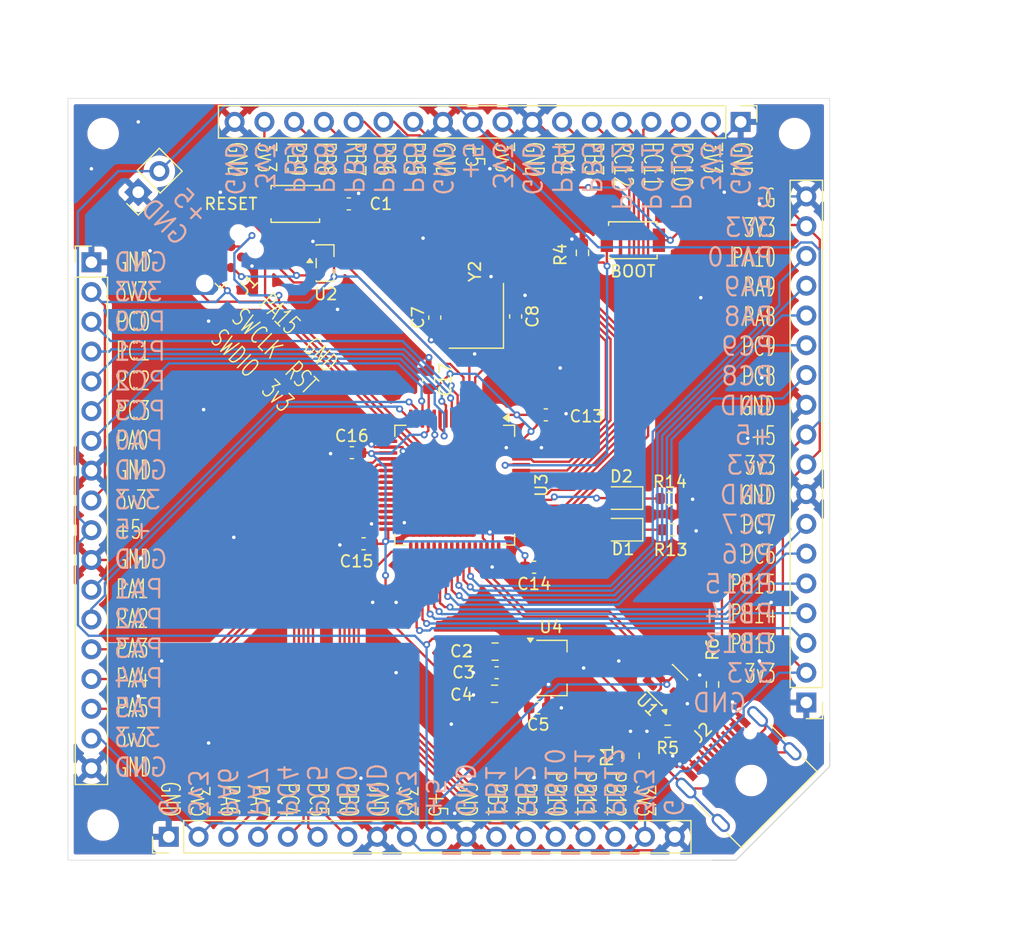
<source format=kicad_pcb>
(kicad_pcb (version 20241229) (generator "pcbnew") (generator_version "9.0")
  (layers (0 "F.Cu" signal) (4 "In1.Cu" signal) (6 "In2.Cu" signal) (2 "B.Cu" signal) (13 "F.Paste" user) (15 "B.Paste" user) (5 "F.SilkS" user "F.Silkscreen") (7 "B.SilkS" user "B.Silkscreen") (1 "F.Mask" user) (3 "B.Mask" user) (25 "Edge.Cuts" user))
  (net 0 "")
  (net 1 "GND")
  (net 2 "VBUS")
  (net 3 "/USB_DP")
  (net 4 "+3V3")
  (net 5 "/nRESET")
  (net 6 "/SWDIO")
  (net 7 "/SWCLK")
  (net 8 "/PA15")
  (net 9 "/BOOT0")
  (net 10 "Net-(U3-PF1)")
  (net 11 "Net-(U3-PF0)")
  (net 12 "/PD2")
  (net 13 "/PA1")
  (net 14 "/PC1")
  (net 15 "/PA2")
  (net 16 "/PA4")
  (net 17 "Net-(J2-SHIELD)")
  (net 18 "Net-(J2-D+-PadA6)")
  (net 19 "Net-(J2-CC2)")
  (net 20 "Net-(J2-D--PadA7)")
  (net 21 "Net-(J2-CC1)")
  (net 24 "/PC3")
  (net 25 "/PA0")
  (net 26 "/PA3")
  (net 27 "/PC2")
  (net 28 "/PA5")
  (net 29 "/PC0")
  (net 30 "/PA7")
  (net 32 "/PB1")
  (net 33 "/PB0")
  (net 34 "/PB12")
  (net 35 "/PC5")
  (net 36 "/PB2")
  (net 37 "/PB11")
  (net 38 "/PA6")
  (net 39 "/PC4")
  (net 40 "/PB10")
  (net 41 "/PC8")
  (net 42 "/PB15")
  (net 43 "/PA8")
  (net 44 "/PC6")
  (net 45 "/PB14")
  (net 46 "/PB13")
  (net 47 "/PA10")
  (net 48 "/PA9")
  (net 49 "/PC9")
  (net 50 "/PC7")
  (net 51 "/PB3")
  (net 52 "/PC12")
  (net 53 "/PB9")
  (net 54 "/PB6")
  (net 55 "/PB7")
  (net 56 "/PC11")
  (net 57 "/PC10")
  (net 58 "/PB4")
  (net 59 "/PB5")
  (net 60 "/PB8")
  (net 63 "Net-(D1-K)")
  (net 64 "Net-(D2-K)")
  (net 65 "/USB_DN")
  (footprint "LED_SMD:LED_0805_2012Metric" (layer "F.Cu") (at 104.3625 113.8 180)
    (property "Reference" "D1")
    (property "Value" "GRN")
  )
  (footprint "Capacitor_SMD:C_0603_1608Metric" (layer "F.Cu") (at 81.225 107.225)
    (property "Reference" "C16")
    (property "Value" "100n")
  )
  (footprint "Package_QFP:LQFP-64_10x10mm_P0.5mm" (layer "F.Cu") (at 90 110 -90)
    (property "Reference" "U3")
    (property "Value" "STM32F072RBTx")
  )
  (footprint "Crystal:Crystal_SMD_3225-4Pin_3.2x2.5mm_HandSoldering" (layer "F.Cu") (at 91.85 95.55 90)
    (property "Reference" "Y2")
    (property "Value" "Crystal_GND24")
  )
  (footprint "Connector_PinHeader_2.54mm:PinHeader_1x18_P2.54mm_Vertical" (layer "F.Cu") (at 114.4 79 -90)
    (property "Reference" "J7" (hide yes))
    (property "Value" "Conn_01x18")
  )
  (footprint "Resistor_SMD:R_0805_2012Metric" (layer "F.Cu") (at 105 133.0875 -90)
    (property "Reference" "R1")
    (property "Value" "1M")
  )
  (footprint "Package_TO_SOT_SMD:SOT-23" (layer "F.Cu") (at 78.9375 91.05)
    (property "Reference" "U2")
    (property "Value" "APX803L20-29SA-7")
  )
  (footprint "Resistor_SMD:R_0603_1608Metric" (layer "F.Cu") (at 112 127 90)
    (property "Reference" "R6")
    (property "Value" "5k1")
  )
  (footprint "Resistor_SMD:R_0603_1608Metric" (layer "F.Cu") (at 108.175 131 180)
    (property "Reference" "R5")
    (property "Value" "5k1")
  )
  (footprint "Capacitor_SMD:C_0603_1608Metric" (layer "F.Cu") (at 80.965 86)
    (property "Reference" "C1")
    (property "Value" "100n")
  )
  (footprint "Connector_USB:USB_C_Receptacle_G-Switch_GT-USB-7010ASV" (layer "F.Cu") (at 115 135 45)
    (property "Reference" "J2")
    (property "Value" "USB_C")
  )
  (footprint "plimsoll-Library:push_button" (layer "F.Cu") (at 105.2 89.1 180)
    (property "Reference" "BOOT")
    (property "Value" "BOOT0")
  )
  (footprint "MountingHole:MountingHole_2.2mm_M2_ISO7380" (layer "F.Cu") (at 60 80 90)
    (property "Reference" "H1" (hide yes))
    (property "Value" "MountingHole")
  )
  (footprint "Resistor_SMD:R_0603_1608Metric" (layer "F.Cu") (at 108.5375 113.8)
    (property "Reference" "R13")
    (property "Value" "510")
  )
  (footprint "LED_SMD:LED_0805_2012Metric" (layer "F.Cu") (at 104.3625 111.1 180)
    (property "Reference" "D2")
    (property "Value" "GRN")
  )
  (footprint "Connector_PinHeader_2.54mm:PinHeader_1x18_P2.54mm_Vertical" (layer "F.Cu") (at 59 90.98)
    (property "Reference" "J3" (hide yes))
    (property "Value" "Conn_01x18")
  )
  (footprint "Connector_PinHeader_2.54mm:PinHeader_1x02_P2.54mm_Vertical" (layer "F.Cu") (at 63 85 135)
    (property "Reference" "J4" (hide yes))
    (property "Value" "Test Points")
  )
  (footprint "Capacitor_SMD:C_0805_2012Metric" (layer "F.Cu") (at 93.4 127.8 180)
    (property "Reference" "C4")
    (property "Value" "10u")
  )
  (footprint "Connector_PinHeader_2.54mm:PinHeader_1x18_P2.54mm_Vertical" (layer "F.Cu") (at 120 128.54 180)
    (property "Reference" "J6" (hide yes))
    (property "Value" "Conn_01x18")
  )
  (footprint "Capacitor_SMD:C_0603_1608Metric" (layer "F.Cu") (at 95.2 95.6 -90)
    (property "Reference" "C8")
    (property "Value" "20pf")
  )
  (footprint "Resistor_SMD:R_0603_1608Metric" (layer "F.Cu") (at 108.3625 111.14)
    (property "Reference" "R14")
    (property "Value" "510")
  )
  (footprint "Capacitor_SMD:C_0805_2012Metric" (layer "F.Cu") (at 93.45 124.2 180)
    (property "Reference" "C2")
    (property "Value" "10u")
  )
  (footprint "Package_TO_SOT_SMD:SOT-23-6" (layer "F.Cu") (at 108.1375 127.05 135)
    (property "Reference" "U1")
    (property "Value" "USBLC6-2SC6")
  )
  (footprint "Package_TO_SOT_SMD:SOT-89-3" (layer "F.Cu") (at 98.225 125.6)
    (property "Reference" "U4")
    (property "Value" "AP2205-3.3")
  )
  (footprint "Resistor_SMD:R_0603_1608Metric" (layer "F.Cu") (at 100.9 90.175 -90)
    (property "Reference" "R4")
    (property "Value" "10k")
  )
  (footprint "Capacitor_SMD:C_0603_1608Metric" (layer "F.Cu") (at 97.125 129 180)
    (property "Reference" "C5")
    (property "Value" "100n")
  )
  (footprint "Capacitor_SMD:C_0603_1608Metric" (layer "F.Cu") (at 82.225 115)
    (property "Reference" "C15")
    (property "Value" "100n")
  )
  (footprint "Capacitor_SMD:C_0603_1608Metric" (layer "F.Cu") (at 87.775 101 -90)
    (property "Reference" "C17")
    (property "Value" "100n")
  )
  (footprint "Capacitor_SMD:C_0603_1608Metric" (layer "F.Cu") (at 96.775 117 180)
    (property "Reference" "C14")
    (property "Value" "100n")
  )
  (footprint "Connector_PinHeader_2.54mm:PinHeader_1x18_P2.54mm_Vertical" (layer "F.Cu") (at 65.6 140 90)
    (property "Reference" "J5" (hide yes))
    (property "Value" "Conn_01x18")
  )
  (footprint "Connector:Tag-Connect_TC2030-IDC-NL_2x03_P1.27mm_Vertical" (layer "F.Cu") (at 70.46 90.984 45)
    (property "Reference" "J1")
    (property "Value" "TAG CONNECT")
  )
  (footprint "MountingHole:MountingHole_2.2mm_M2_ISO7380" (layer "F.Cu") (at 60 139)
    (property "Reference" "H3" (hide yes))
    (property "Value" "MountingHole")
  )
  (footprint "MountingHole:MountingHole_2.2mm_M2_ISO7380" (layer "F.Cu") (at 119 80)
    (property "Reference" "H2" (hide yes))
    (property "Value" "MountingHole")
  )
  (footprint "MountingHole:MountingHole_2.2mm_M2_ISO7380" (layer "F.Cu") (at 115.3 135.2)
    (property "Reference" "H4" (hide yes))
    (property "Value" "MountingHole")
  )
  (footprint "plimsoll-Library:push_button" (layer "F.Cu") (at 76.4 86)
    (property "Reference" "RESET")
    (property "Value" "RESET")
  )
  (footprint "Capacitor_SMD:C_0603_1608Metric" (layer "F.Cu") (at 97.775 104 180)
    (property "Reference" "C13")
    (property "Value" "100n")
  )
  (footprint "Capacitor_SMD:C_0603_1608Metric" (layer "F.Cu") (at 93.575 126)
    (property "Reference" "C3")
    (property "Value" "100n")
  )
  (footprint "Capacitor_SMD:C_0603_1608Metric" (layer "F.Cu") (at 88.3 95.7 90)
    (property "Reference" "C7")
    (property "Value" "20pf")
  )
  (gr_line (start 57 77) (end 122 77) (stroke (width 0.05)) (layer "Edge.Cuts"))
  (gr_line (start 57 142) (end 57 77) (stroke (width 0.05)) (layer "Edge.Cuts"))
  (gr_line (start 113 142) (end 114 142) (stroke (width 0.1)) (layer "Edge.Cuts"))
  (gr_line (start 122 134) (end 122 132) (stroke (width 0.1)) (layer "Edge.Cuts"))
  (gr_line (start 114 142) (end 122 134) (stroke (width 0.1)) (layer "Edge.Cuts"))
  (gr_line (start 122 77) (end 122 132) (stroke (width 0.05)) (layer "Edge.Cuts"))
  (gr_line (start 112 142) (end 113 142) (stroke (width 0.1)) (layer "Edge.Cuts"))
  (gr_line (start 112 142) (end 57 142) (stroke (width 0.05)) (layer "Edge.Cuts"))
  (gr_text "G\n3V3\nPA10\nPA9\nPA8\nPC9\nPC8\nGND\n+5\n3v3\nGND\nPC7\nPC6\nPB15\nPB14\nPB13\n3v3" (at 117.5 127 0) (layer "F.SilkS") (effects (font (size 1.575 1) (thickness 0.125)) (justify right bottom)))
  (gr_text " PA15  GND\nSWCLK  RST\nSWDIO  3v3" (at 68.9 97.7 315) (layer "F.SilkS") (effects (font (size 1.575 1) (thickness 0.125)) (justify left bottom)))
  (gr_text "\n3V3\nPB12\nPB11\nPB10\nPB2\nPB1\nGND\n+5\n3v3\nGND\nPB0\nPC5\nPC4\nPA7\nPA6\n3v3\nGND" (at 64.8 138.4 270) (layer "F.SilkS") (effects (font (size 1.575 1) (thickness 0.125)) (justify right bottom)))
  (gr_text "GND\n3V3\nPC0\nPC1\nPC2\nPC3\nPA0\nGND\n3v3\n+5\nGND\nPA1\nPA2\nPA3\nPA4\nPA5\n3v3\nGND" (at 61 135 0) (layer "F.SilkS") (effects (font (size 1.575 1) (thickness 0.125)) (justify left bottom)))
  (gr_text "GND\n3V3\nPC10\nPC11\nPC12\nPB3\nPB4\nGND\n3v3\n+5\nGND\nPB5\nPB6\nPB7\nPB8\nPB9\n3v3\nGND" (at 70.5 80.6 270) (layer "F.SilkS") (effects (font (size 1.575 1) (thickness 0.125)) (justify left bottom)))
  (gr_text "GND\n3V3\nPC0\nPC1\nPC2\nPC3\nPA0\nGND\n3v3\n+5\nGND\nPA1\nPA2\nPA3\nPA4\nPA5\n3v3\nGND" (at 60.8 135 0) (layer "B.SilkS") (effects (font (size 1.575 1.5) (thickness 0.1875)) (justify right bottom mirror)))
  (gr_text "+5\nGND" (at 66.3 89.9 315) (layer "B.SilkS") (effects (font (size 1.575 1.5) (thickness 0.1875)) (justify left bottom mirror)))
  (gr_text "GND\n3V3\nPC10\nPC11\nPC12\nPB3\nPB4\nGND\n3v3\n+5\nGND\nPB5\nPB6\nPB7\nPB8\nPB9\n3v3\nGND" (at 70.3 80.6 270) (layer "B.SilkS") (effects (font (size 1.575 1.5) (thickness 0.1875)) (justify right bottom mirror)))
  (gr_text "G\n3V3\nPA10\nPA9\nPA8\nPC9\nPC8\nGND\n+5\n3v3\nGND\nPC7\nPC6\nPB15\nPB14\nPB13\n3v3\n  GND" (at 117.3 129.5 0) (layer "B.SilkS") (effects (font (size 1.575 1.5) (thickness 0.1875)) (justify left bottom mirror)))
  (gr_text "G\n3V3\nPB12\nPB11\nPB10\nPB2\nPB1\nGND\n+5\n3v3\nGND\nPB0\nPC5\nPC4\nPA7\nPA6\n3v3\nG" (at 64.6 138.4 270) (layer "B.SilkS") (effects (font (size 1.575 1.5) (thickness 0.1875)) (justify left bottom mirror)))
  (segment (start 90 139) (end 90 138) (width 0.2) (layer "F.Cu") (net 1))
  (segment (start 97.9 129) (end 99.1 129) (width 0.2) (layer "F.Cu") (net 1))
  (segment (start 57.849 115.229) (end 57.849 109.911) (width 0.2) (layer "F.Cu") (net 1))
  (segment (start 110.925 126.175) (end 110.9 126.2) (width 0.2) (layer "F.Cu") (net 1))
  (segment (start 90.7 97) (end 91.7 98) (width 0.2) (layer "F.Cu") (net 1))
  (segment (start 91 140) (end 90 139) (width 0.2) (layer "F.Cu") (net 1))
  (segment (start 91.7 127.8) (end 91.6 127.9) (width 0.2) (layer "F.Cu") (net 1))
  (segment (start 100 89) (end 100.55 89) (width 0.2) (layer "F.Cu") (net 1))
  (segment (start 96.62 79) (end 95.469 77.849) (width 0.2) (layer "F.Cu") (net 1))
  (segment (start 109.1875 111.14) (end 110.24 111.14) (width 0.2) (layer "F.Cu") (net 1))
  (segment (start 84.325 106.75) (end 83.15 106.75) (width 0.2) (layer "F.Cu") (net 1))
  (segment (start 93.25 115.675) (end 93.25 116.925283) (width 0.2) (layer "F.Cu") (net 1))
  (segment (start 82.95 113.25) (end 82.9 113.3) (width 0.2) (layer "F.Cu") (net 1))
  (segment (start 113.7 128.5) (end 113.7 129.2) (width 0.2) (layer "F.Cu") (net 1))
  (segment (start 81.8 85.94) (end 81.8 85.1) (width 0.2) (layer "F.Cu") (net 1))
  (segment (start 91 140) (end 92.151 141.151) (width 0.2) (layer "F.Cu") (net 1))
  (segment (start 93.25 114.25) (end 93 114) (width 0.2) (layer "F.Cu") (net 1))
  (segment (start 93.25 116.925283) (end 93.195672 116.979611) (width 0.2) (layer "F.Cu") (net 1))
  (segment (start 92.45 127.8) (end 91.7 127.8) (width 0.2) (layer "F.Cu") (net 1))
  (segment (start 120 103.14) (end 117.14 106) (width 0.2) (layer "F.Cu") (net 1))
  (segment (start 88.25 105.65) (end 88.3 105.7) (width 0.2) (layer "F.Cu") (net 1))
  (segment (start 91 140) (end 89.849 138.849) (width 0.2) (layer "F.Cu") (net 1))
  (segment (start 109.3625 113.8) (end 110.5 113.8) (width 0.2) (layer "F.Cu") (net 1))
  (segment (start 85.55 106.75) (end 84.325 106.75) (width 0.2) (layer "F.Cu") (net 1))
  (segment (start 57.849 109.911) (end 59 108.76) (width 0.2) (layer "F.Cu") (net 1))
  (segment (start 96 94.025) (end 96 93.8) (width 0.2) (layer "F.Cu") (net 1))
  (segment (start 83.15 106.75) (end 82.9 106.5) (width 0.2) (layer "F.Cu") (net 1))
  (segment (start 92.5 124.2) (end 92.5 124.3) (width 0.2) (layer "F.Cu") (net 1))
  (segment (start 108.941834 127.854334) (end 109.056416 127.854334) (width 0.2) (layer "F.Cu") (net 1))
  (segment (start 79.48933 107.225) (end 79.407165 107.307165) (width 0.2) (layer "F.Cu") (net 1))
  (segment (start 80.45 107.225) (end 79.48933 107.225) (width 0.2) (layer "F.Cu") (net 1))
  (segment (start 109.056416 127.854334) (end 109.851041 128.648959) (width 0.2) (layer "F.Cu") (net 1))
  (segment (start 71.807038 90.534987) (end 71.934987 90.534987) (width 0.2) (layer "F.Cu") (net 1))
  (segment (start 107.629 141.151) (end 108.78 140) (width 0.2) (layer "F.Cu") (net 1))
  (segment (start 100.55 89) (end 100.9 89.35) (width 0.2) (layer "F.Cu") (net 1))
  (segment (start 99.4 104) (end 99.5 103.9) (width 0.2) (layer "F.Cu") (net 1))
  (segment (start 59 116.38) (end 63.07 116.38) (width 0.2) (layer "F.Cu") (net 1))
  (segment (start 84.325 113.25) (end 82.95 113.25) (width 0.2) (layer "F.Cu") (net 1))
  (segment (start 78 90.1) (end 78 89.3) (width 0.2) (layer "F.Cu") (net 1))
  (segment (start 89 79) (end 93 83) (width 0.2) (layer "F.Cu") (net 1))
  (segment (start 91.7 98) (end 91.7 98.8) (width 0.2) (layer "F.Cu") (net 1))
  (segment (start 92.8 126) (end 91.6 126) (width 0.2) (layer "F.Cu") (net 1))
  (segment (start 81.45 115) (end 80.3 115) (width 0.2) (layer "F.Cu") (net 1))
  (segment (start 97.7625 127) (end 98 127) (width 0.2) (layer "F.Cu") (net 1))
  (segment (start 71.934987 90.534987) (end 72.7 91.3) (width 0.2) (layer "F.Cu") (net 1))
  (segment (start 89.849 138.849) (end 84.531 138.849) (width 0.2) (layer "F.Cu") (net 1))
  (segment (start 80.3 115) (end 80.2 115.1) (width 0.2) (layer "F.Cu") (net 1))
  (segment (start 95.675 106.75) (end 94.45 106.75) (width 0.2) (layer "F.Cu") (net 1))
  (segment (start 71.15 106.125) (end 68.575 103.55) (width 0.2) (layer "F.Cu") (net 1))
  (segment (start 108.6 133.125483) (end 108.6 133.1) (width 0.2) (layer "F.Cu") (net 1))
  (segment (start 113.7 129.2) (end 113.8 129.3) (width 0.2) (layer "F.Cu") (net 1))
  (segment (start 93.25 115.675) (end 93.25 114.25) (width 0.2) (layer "F.Cu") (net 1))
  (segment (start 105 132.175) (end 105 131) (width 0.2) (layer "F.Cu") (net 1))
  (segment (start 88.3 97.3) (end 88 97.6) (width 0.2) (layer "F.Cu") (net 1))
  (segment (start 97 79) (end 100 82) (width 0.2) (layer "F.Cu") (net 1))
  (segment (start 114.628769 130.103286) (end 114.603286 130.103286) (width 0.2) (layer "F.Cu") (net 1))
  (segment (start 92.5 124.2) (end 91.3 124.2) (width 0.2) (layer "F.Cu") (net 1))
  (segment (start 92.5 124.3) (end 92.6 124.4) (width 0.2) (layer "F.Cu") (net 1))
  (segment (start 110.5 113.8) (end 110.6 113.9) (width 0.2) (layer "F.Cu") (net 1))
  (segment (start 96.3625 125.6) (end 97.7625 127) (width 0.2) (layer "F.Cu") (net 1))
  (segment (start 84.531 138.849) (end 83.38 140) (width 0.2) (layer "F.Cu") (net 1))
  (segment (start 110.103286 134.628769) (end 108.6 133.125483) (width 0.2) (layer "F.Cu") (net 1))
  (segment (start 98.55 104) (end 99.4 104) (width 0.2) (layer "F.Cu") (net 1))
  (segment (start 93 94.1) (end 93 92.3) (width 0.2) (layer "F.Cu") (net 1))
  (segment (start 84.325 113.25) (end 85.65 113.25) (width 0.2) (layer "F.Cu") (net 1))
  (segment (start 87.775 100.225) (end 87.775 99.125) (width 0.2) (layer "F.Cu") (net 1))
  (segment (start 93 92.3) (end 93.1 92.2) (width 0.2) (layer "F.Cu") (net 1))
  (segment (start 97.35 106.75) (end 97.4 106.8) (width 0.2) (layer "F.Cu") (net 1))
  (segment (start 88.25 104.325) (end 88.25 105.65) (width 0.2) (layer "F.Cu") (net 1))
  (segment (start 78 89.3) (end 77.9 89.2) (width 0.2) (layer "F.Cu") (net 1))
  (segment (start 81.74 86) (end 81.8 85.94) (width 0.2) (layer "F.Cu") (net 1))
  (segment (start 95.469 77.849) (end 90.151 77.849) (width 0.2) (layer "F.Cu") (net 1))
  (segment (start 100 82) (end 100 83) (width 0.2) (layer "F.Cu") (net 1))
  (segment (start 88.3 96.475) (end 88.3 97.3) (width 0.2) (layer "F.Cu") (net 1))
  (segment (start 112 126.175) (end 110.925 126.175) (width 0.2) (layer "F.Cu") (net 1))
  (segment (start 114.603286 130.103286) (end 113.8 129.3) (width 0.2) (layer "F.Cu") (net 1))
  (segment (start 59 116.38) (end 57.849 115.229) (width 0.2) (layer "F.Cu") (net 1))
  (segment (start 96.62 79) (end 97 79) (width 0.2) (layer "F.Cu") (net 1))
  (segment (start 110.028769 134.628769) (end 109.2 133.8) (width 0.2) (layer "F.Cu") (net 1))
  (segment (start 95.675 106.75) (end 97.35 106.75) (width 0.2) (layer "F.Cu") (net 1))
  (segment (start 85.6 107.1) (end 85.55 106.75) (width 0.2) (layer "F.Cu") (net 1))
  (segment (start 94.45 106.75) (end 94.4 106.8) (width 0.2) (layer "F.Cu") (net 1))
  (segment (start 117.14 106) (end 115 106) (width 0.2) (layer "F.Cu") (net 1))
  (segment (start 110.103286 134.628769) (end 110.028769 134.628769) (width 0.2) (layer "F.Cu") (net 1))
  (segment (start 96.3625 125.6) (end 101 125.6) (width 0.2) (layer "F.Cu") (net 1))
  (segment (start 92.151 141.151) (end 107.629 141.151) (width 0.2) (layer "F.Cu") (net 1))
  (segment (start 63.07 116.38) (end 63.2 116.25) (width 0.2) (layer "F.Cu") (net 1))
  (segment (start 87.775 99.125) (end 87.8 99.1) (width 0.2) (layer "F.Cu") (net 1))
  (segment (start 95.2 94.825) (end 96 94.025) (width 0.2) (layer "F.Cu") (net 1))
  (segment (start 90.151 77.849) (end 89 79) (width 0.2) (layer "F.Cu") (net 1))
  (segment (start 107.35 131) (end 106.4 131) (width 0.2) (layer "F.Cu") (net 1))
  (segment (start 114 86) (end 116 86) (width 0.2) (layer "F.Cu") (net 1))
  (segment (start 85.65 113.25) (end 85.7 113.2) (width 0.2) (layer "F.Cu") (net 1))
  (segment (start 113 85) (end 114 86) (width 0.2) (layer "F.Cu") (net 1))
  (segment (start 71.15 114.45) (end 71.15 106.125) (width 0.2) (layer "F.Cu") (net 1))
  (segment (start 110.24 111.14) (end 110.3 111.2) (width 0.2) (layer "F.Cu") (net 1))
  (via (at 113.8 129.3) (size 0.6) (drill 0.3) (layers "F.Cu" "B.Cu") (net 1))
  (via (at 104 125) (size 0.6) (drill 0.3) (layers "F.Cu" "B.Cu") (net 1))
  (via (at 82.9 106.5) (size 0.6) (drill 0.3) (layers "F.Cu" "B.Cu") (net 1))
  (via (at 71.15 114.45) (size 0.6) (drill 0.3) (layers "F.Cu" "B.Cu") (net 1))
  (via (at 110.9 126.2) (size 0.6) (drill 0.3) (layers "F.Cu" "B.Cu") (net 1))
  (via (at 113 85) (size 0.6) (drill 0.3) (layers "F.Cu" "B.Cu") (net 1))
  (via (at 79.407165 107.307165) (size 0.6) (drill 0.3) (layers "F.Cu" "B.Cu") (net 1))
  (via (at 91.7 98.8) (size 0.6) (drill 0.3) (layers "F.Cu" "B.Cu") (net 1))
  (via (at 88.3 105.7) (size 0.6) (drill 0.3) (layers "F.Cu" "B.Cu") (net 1))
  (via (at 94.4 106.8) (size 0.6) (drill 0.3) (layers "F.Cu" "B.Cu") (net 1))
  (via (at 85 126) (size 0.6) (drill 0.3) (layers "F.Cu" "B.Cu") (net 1))
  (via (at 77.9 89.2) (size 0.6) (drill 0.3) (layers "F.Cu" "B.Cu") (net 1))
  (via (at 63.2 116.25) (size 0.6) (drill 0.3) (layers "F.Cu" "B.Cu") (net 1))
  (via (at 85.6 107.1) (size 0.6) (drill 0.3) (layers "F.Cu" "B.Cu") (net 1))
  (via (at 98 127) (size 0.6) (drill 0.3) (layers "F.Cu" "B.Cu") (net 1))
  (via (at 93 83) (size 0.6) (drill 0.3) (layers "F.Cu" "B.Cu") (net 1))
  (via (at 80.2 115.1) (size 0.6) (drill 0.3) (layers "F.Cu" "B.Cu") (net 1))
  (via (at 99.1 129) (size 0.6) (drill 0.3) (layers "F.Cu" "B.Cu") (net 1))
  (via (at 109.2 133.8) (size 0.6) (drill 0.3) (layers "F.Cu" "B.Cu") (net 1))
  (via (at 99.5 103.9) (size 0.6) (drill 0.3) (layers "F.Cu" "B.Cu") (net 1))
  (via (at 69 96) (size 0.6) (drill 0.3) (layers "F.Cu" "B.Cu") (net 1))
  (via (at 88 97.6) (size 0.6) (drill 0.3) (layers "F.Cu" "B.Cu") (net 1))
  (via (at 111 94) (size 0.6) (drill 0.3) (layers "F.Cu" "B.Cu") (net 1))
  (via (at 81.8 85.1) (size 0.6) (drill 0.3) (layers "F.Cu" "B.Cu") (net 1))
  (via (at 64 90) (size 0.6) (drill 0.3) (layers "F.Cu" "B.Cu") (net 1))
  (via (at 82 135) (size 0.6) (drill 0.3) (layers "F.Cu" "B.Cu") (net 1))
  (via (at 93.195672 116.979611) (size 0.6) (drill 0.3) (layers "F.Cu" "B.Cu") (net 1))
  (via (at 69 132) (size 0.6) (drill 0.3) (layers "F.Cu" "B.Cu") (net 1))
  (via (at 91.6 126) (size 0.6) (drill 0.3) (layers "F.Cu" "B.Cu") (net 1))
  (via (at 91.3 124.2) (size 0.6) (drill 0.3) (layers "F.Cu" "B.Cu") (net 1))
  (via (at 87.298263 88.92232) (size 0.6) (drill 0.3) (layers "F.Cu" "B.Cu") (net 1))
  (via (at 65 125) (size 0.6) (drill 0.3) (layers "F.Cu" "B.Cu") (net 1))
  (via (at 85.7 113.2) (size 0.6) (drill 0.3) (layers "F.Cu" "B.Cu") (net 1))
  (via (at 99 100) (size 0.6) (drill 0.3) (layers "F.Cu" "B.Cu") (net 1))
  (via (at 80 95) (size 0.6) (drill 0.3) (layers "F.Cu" "B.Cu") (net 1))
  (via (at 116 86) (size 0.6) (drill 0.3) (layers "F.Cu" "B.Cu") (net 1))
  (via (at 82.9 113.3) (size 0.6) (drill 0.3) (layers "F.Cu" "B.Cu") (net 1))
  (via (at 89.70878 130.390678) (size 0.6) (drill 0.3) (layers "F.Cu" "B.Cu") (net 1))
  (via (at 75 137) (size 0.6) (drill 0.3) (layers "F.Cu" "B.Cu") (net 1))
  (via (at 116.198537 100.835846) (size 0.6) (drill 0.3) (layers "F.Cu" "B.Cu") (net 1))
  (via (at 90 138) (size 0.6) (drill 0.3) (layers "F.Cu" "B.Cu") (net 1))
  (via (at 70 85) (size 0.6) (drill 0.3) (layers "F.Cu" "B.Cu") (net 1))
  (via (at 100 89) (size 0.6) (drill 0.3) (layers "F.Cu" "B.Cu") (net 1))
  (via (at 91.6 127.9) (size 0.6) (drill 0.3) (layers "F.Cu" "B.Cu") (net 1))
  (via (at 63 128) (size 0.6) (drill 0.3) (layers "F.Cu" "B.Cu") (net 1))
  (via (at 105 131) (size 0.6) (drill 0.3) (layers "F.Cu" "B.Cu") (net 1))
  (via (at 113.7 128.5) (size 0.6) (drill 0.3) (layers "F.Cu" "B.Cu") (net 1))
  (via (at 110.3 111.2) (size 0.6) (drill 0.3) (layers "F.Cu" "B.Cu") (net 1))
  (via (at 96.777092 134.950879) (size 0.6) (drill 0.3) (layers "F.Cu" "B.Cu") (net 1))
  (via (at 116 125) (size 0.6) (drill 0.3) (layers "F.Cu" "B.Cu") (net 1))
  (via (at 108.6 133.1) (size 0.6) (drill 0.3) (layers "F.Cu" "B.Cu") (net 1))
  (via (at 59 83) (size 0.6) (drill 0.3) (layers "F.Cu" "B.Cu") (net 1))
  (via (at 97.4 106.8) (size 0.6) (drill 0.3) (layers "F.Cu" "B.Cu") (net 1))
  (via (at 100 83) (size 0.6) (drill 0.3) (layers "F.Cu" "B.Cu") (net 1))
  (via (at 85 120) (size 0.6) (drill 0.3) (layers "F.Cu" "B.Cu") (net 1))
  (via (at 93 114) (size 0.6) (drill 0.3) (layers "F.Cu" "B.Cu") (net 1))
  (via (at 93.1 92.2) (size 0.6) (drill 0.3) (layers "F.Cu" "B.Cu") (net 1))
  (via (at 63 79) (size 0.6) (drill 0.3) (layers "F.Cu" "B.Cu") (net 1))
  (via (at 110.6 113.9) (size 0.6) (drill 0.3) (layers "F.Cu" "B.Cu") (net 1))
  (via (at 115 106) (size 0.6) (drill 0.3) (layers "F.Cu" "B.Cu") (net 1))
  (via (at 101 125.6) (size 0.6) (drill 0.3) (layers "F.Cu" "B.Cu") (net 1))
  (via (at 72.7 91.3) (size 0.6) (drill 0.3) (layers "F.Cu" "B.Cu") (net 1))
  (via (at 83 120) (size 0.6) (drill 0.3) (layers "F.Cu" "B.Cu") (net 1))
  (via (at 87.8 99.1) (size 0.6) (drill 0.3) (layers "F.Cu" "B.Cu") (net 1))
  (via (at 117 120) (size 0.6) (drill 0.3) (layers "F.Cu" "B.Cu") (net 1))
  (via (at 106.4 131) (size 0.6) (drill 0.3) (layers "F.Cu" "B.Cu") (net 1))
  (via (at 116 114) (size 0.6) (drill 0.3) (layers "F.Cu" "B.Cu") (net 1))
  (via (at 68.575 103.55) (size 0.6) (drill 0.3) (layers "F.Cu" "B.Cu") (net 1))
  (via (at 109.851041 128.648959) (size 0.6) (drill 0.3) (layers "F.Cu" "B.Cu") (net 1))
  (via (at 96 93.8) (size 0.6) (drill 0.3) (layers "F.Cu" "B.Cu") (net 1))
  (segment (start 117.64 85.36) (end 120 85.36) (width 0.2) (layer "B.Cu") (net 1))
  (segment (start 93 83) (end 99 89) (width 0.2) (layer "B.Cu") (net 1))
  (segment (start 110.4 83) (end 114.4 79) (width 0.2) (layer "B.Cu") (net 1))
  (segment (start 68.45 103.675) (end 64.085 103.675) (width 0.2) (layer "B.Cu") (net 1))
  (segment (start 110 83) (end 110.4 83) (width 0.2) (layer "B.Cu") (net 1))
  (segment (start 117 86) (end 117.64 85.36) (width 0.2) (layer "B.Cu") (net 1))
  (segment (start 115 106) (end 110.3 110.7) (width 0.2) (layer "B.Cu") (net 1))
  (segment (start 68.575 103.55) (end 68.45 103.675) (width 0.2) (layer "B.Cu") (net 1))
  (segment (start 100 83) (end 110 83) (width 0.2) (layer "B.Cu") (net 1))
  (segment (start 116 86) (end 117 86) (width 0.2) (layer "B.Cu") (net 1))
  (segment (start 112 85) (end 113 85) (width 0.2) (layer "B.Cu") (net 1))
  (segment (start 90 138) (end 90.1 138) (width 0.2) (layer "B.Cu") (net 1))
  (segment (start 110 83) (end 112 85) (width 0.2) (layer "B.Cu") (net 1))
  (segment (start 90.1 138) (end 99.1 129) (width 0.2) (layer "B.Cu") (net 1))
  (segment (start 63.2 116.25) (end 69.35 116.25) (width 0.2) (layer "B.Cu") (net 1))
  (segment (start 110.3 110.7) (end 110.3 111.2) (width 0.2) (layer "B.Cu") (net 1))
  (segment (start 99 89) (end 100 89) (width 0.2) (layer "B.Cu") (net 1))
  (segment (start 69.35 116.25) (end 71.15 114.45) (width 0.2) (layer "B.Cu") (net 1))
  (segment (start 64.085 103.675) (end 59 108.76) (width 0.2) (layer "B.Cu") (net 1))
  (segment (start 107.333166 126.245666) (end 107.345666 126.245666) (width 0.2) (layer "F.Cu") (net 2))
  (segment (start 94.4 125.95) (end 94.35 126) (width 0.2) (layer "F.Cu") (net 2))
  (segment (start 107.74053 126.65303) (end 107.333166 126.245666) (width 0.2) (layer "F.Cu") (net 2))
  (segment (start 111.107377 134.50149) (end 112.100155 134.50149) (width 0.2) (layer "F.Cu") (net 2))
  (segment (start 112.100155 134.50149) (end 114.448936 132.152709) (width 0.2) (layer "F.Cu") (net 2))
  (segment (start 96.175 124.2) (end 96.275 124.1) (width 0.2) (layer "F.Cu") (net 2))
  (segment (start 100.349943 124.1) (end 96.275 124.1) (width 0.2) (layer "F.Cu") (net 2))
  (segment (start 112.801 127.188936) (end 112.488064 126.876) (width 0.2) (layer "F.Cu") (net 2))
  (segment (start 94.4 124.2) (end 94.4 125.95) (width 0.2) (layer "F.Cu") (net 2))
  (segment (start 112.801 129.150943) (end 112.801 127.188936) (width 0.2) (layer "F.Cu") (net 2))
  (segment (start 88.1 123.1) (end 87.6 123.6) (width 0.2) (layer "F.Cu") (net 2))
  (segment (start 107.3 127.641428) (end 107.583812 127.357616) (width 0.2) (layer "F.Cu") (net 2))
  (segment (start 94.4 124.2) (end 93.3 123.1) (width 0.2) (layer "F.Cu") (net 2))
  (segment (start 114.063084 130.668971) (end 114.063084 130.413027) (width 0.2) (layer "F.Cu") (net 2))
  (segment (start 110.156944 126.876) (end 109.54113 126.260186) (width 0.2) (layer "F.Cu") (net 2))
  (segment (start 107.3 128.405944) (end 107.3 128.3) (width 0.2) (layer "F.Cu") (net 2))
  (segment (start 108.288398 126.65303) (end 107.74053 126.65303) (width 0.2) (layer "F.Cu") (net 2))
  (segment (start 114.063084 130.413027) (end 112.801 129.150943) (width 0.2) (layer "F.Cu") (net 2))
  (segment (start 120 105.68) (end 112.801 112.879) (width 0.2) (layer "F.Cu") (net 2))
  (segment (start 107.3 128.3) (end 107.3 127.641428) (width 0.2) (layer "F.Cu") (net 2))
  (segment (start 107.345666 126.245666) (end 108.1 127) (width 0.2) (layer "F.Cu") (net 2))
  (segment (start 112.488064 126.876) (end 110.156944 126.876) (width 0.2) (layer "F.Cu") (net 2))
  (segment (start 110.668971 134.063084) (end 108.051 131.445113) (width 0.2) (layer "F.Cu") (net 2))
  (segment (start 107.583812 126.496312) (end 107.333166 126.245666) (width 0.2) (layer "F.Cu") (net 2))
  (segment (start 114.448936 132.152709) (end 114.448936 131.054823) (width 0.2) (layer "F.Cu") (net 2))
  (segment (start 94.4 124.2) (end 96.175 124.2) (width 0.2) (layer "F.Cu") (net 2))
  (segment (start 112.801 112.879) (end 112.801 127.188936) (width 0.2) (layer "F.Cu") (net 2))
  (segment (start 107.583812 127.357616) (end 107.583812 126.496312) (width 0.2) (layer "F.Cu") (net 2))
  (segment (start 109.54113 126.260186) (end 108.681242 126.260186) (width 0.2) (layer "F.Cu") (net 2))
  (segment (start 108.051 131.445113) (end 108.051 129.156944) (width 0.2) (layer "F.Cu") (net 2))
  (segment (start 107.3 128.3) (end 104.549943 128.3) (width 0.2) (layer "F.Cu") (net 2))
  (segment (start 110.668971 134.063084) (end 111.107377 134.50149) (width 0.2) (layer "F.Cu") (net 2))
  (segment (start 108.681242 126.260186) (end 108.288398 126.65303) (width 0.2) (layer "F.Cu") (net 2))
  (segment (start 108.051 129.156944) (end 107.3 128.405944) (width 0.2) (layer "F.Cu") (net 2))
  (segment (start 114.448936 131.054823) (end 114.063084 130.668971) (width 0.2) (layer "F.Cu") (net 2))
  (segment (start 104.549943 128.3) (end 100.349943 124.1) (width 0.2) (layer "F.Cu") (net 2))
  (segment (start 93.3 123.1) (end 88.1 123.1) (width 0.2) (layer "F.Cu") (net 2))
  (via (at 87.6 123.6) (size 0.6) (drill 0.3) (layers "F.Cu" "B.Cu") (net 2))
  (via (at 108.1 127) (size 0.6) (drill 0.3) (layers "F.Cu" "B.Cu") (net 2))
  (segment (start 98.248943 127.601) (end 97.999 127.601) (width 0.2) (layer "B.Cu") (net 2))
  (segment (start 119.11124 89.701) (end 119.52324 89.289) (width 0.2) (layer "B.Cu") (net 2))
  (segment (start 70.399 77.601) (end 90.141 77.601) (width 0.2) (layer "B.Cu") (net 2))
  (segment (start 98.849943 127) (end 98.248943 127.601) (width 0.2) (layer "B.Cu") (net 2))
  (segment (start 59 113.84) (end 57.849 114.991) (width 0.2) (layer "B.Cu") (net 2))
  (segment (start 57.849 112.689) (end 57.849 86.651) (width 0.2) (layer "B.Cu") (net 2))
  (segment (start 87.6 139.14) (end 88.46 140) (width 0.2) (layer "B.Cu") (net 2))
  (segment (start 86.599057 122.849) (end 87.350057 123.6) (width 0.2) (layer "B.Cu") (net 2))
  (segment (start 64.796051 83.203949) (end 70.399 77.601) (width 0.2) (layer "B.Cu") (net 2))
  (segment (start 61.3 83.2) (end 61.303949 83.203949) (width 0.2) (layer "B.Cu") (net 2))
  (segment (start 58.76124 122.849) (end 86.599057 122.849) (width 0.2) (layer "B.Cu") (net 2))
  (segment (start 61.303949 83.203949) (end 64.796051 83.203949) (width 0.2) (layer "B.Cu") (net 2))
  (segment (start 121.151 104.529) (end 120 105.68) (width 0.2) (layer "B.Cu") (net 2))
  (segment (start 119.52324 89.289) (end 120.488 89.289) (width 0.2) (layer "B.Cu") (net 2))
  (segment (start 57.849 86.651) (end 61.3 83.2) (width 0.2) (layer "B.Cu") (net 2))
  (segment (start 91.54 79) (end 102.241 89.701) (width 0.2) (layer "B.Cu") (net 2))
  (segment (start 121.151 89.952) (end 121.151 104.529) (width 0.2) (layer "B.Cu") (net 2))
  (segment (start 87.350057 123.6) (end 87.6 123.6) (width 0.2) (layer "B.Cu") (net 2))
  (segment (start 97.999 127.601) (end 87.6 138) (width 0.2) (layer "B.Cu") (net 2))
  (segment (start 102.241 89.701) (end 119.11124 89.701) (width 0.2) (layer "B.Cu") (net 2))
  (segment (start 108.1 127) (end 98.849943 127) (width 0.2) (layer "B.Cu") (net 2))
  (segment (start 120.488 89.289) (end 121.151 89.952) (width 0.2) (layer "B.Cu") (net 2))
  (segment (start 57.849 114.991) (end 57.849 121.93676) (width 0.2) (layer "B.Cu") (net 2))
  (segment (start 90.141 77.601) (end 91.54 79) (width 0.2) (layer "B.Cu") (net 2))
  (segment (start 59 113.84) (end 57.849 112.689) (width 0.2) (layer "B.Cu") (net 2))
  (segment (start 87.6 123.6) (end 87.6 139.14) (width 0.2) (layer "B.Cu") (net 2))
  (segment (start 57.849 121.93676) (end 58.76124 122.849) (width 0.2) (layer "B.Cu") (net 2))
  (segment (start 87.6 138) (end 87.6 139.14) (width 0.2) (layer "B.Cu") (net 2))
  (segment (start 92.225 116.906802) (end 96.093198 120.775) (width 0.2) (layer "F.Cu") (net 3))
  (segment (start 103.206002 120.775) (end 108.004917 125.573915) (width 0.2) (layer "F.Cu") (net 3))
  (segment (start 92.25 116.837501) (end 92.225 116.862501) (width 0.2) (layer "F.Cu") (net 3))
  (segment (start 92.225 116.862501) (end 92.225 116.906802) (width 0.2) (layer "F.Cu") (net 3))
  (segment (start 96.093198 120.775) (end 103.206002 120.775) (width 0.2) (layer "F.Cu") (net 3))
  (segment (start 92.25 115.675) (end 92.25 116.837501) (width 0.2) (layer "F.Cu") (net 3))
  (segment (start 87.775 101.775) (end 88.325 101.775) (width 0.2) (layer "F.Cu") (net 4))
  (segment (start 74.41511 79) (end 73.76 79) (width 0.2) (layer "F.Cu") (net 4))
  (segment (start 96.35 130.11) (end 106.24 140) (width 0.2) (layer "F.Cu") (net 4))
  (segment (start 109.7 87.8) (end 108.4 89.1) (width 0.2) (layer "F.Cu") (net 4))
  (segment (start 120 87.9) (end 111.86 79.76) (width 0.2) (layer "F.Cu") (net 4))
  (segment (start 96 117) (end 96 116) (width 0.2) (layer "F.Cu") (net 4))
  (segment (start 73.76 84.24) (end 74 84.48) (width 0.2) (layer "F.Cu") (net 4))
  (segment (start 73.76 79) (end 73.76 84.24) (width 0.2) (layer "F.Cu") (net 4))
  (segment (start 93.75 115.675) (end 93.75 116.75) (width 0.2) (layer "F.Cu") (net 4))
  (segment (start 84.1 114.8) (end 84.325 114.575) (width 0.2) (layer "F.Cu") (net 4))
  (segment (start 118 110.22) (end 120 108.22) (width 0.2) (layer "F.Cu") (net 4))
  (segment (start 82 107.225) (end 82.824997 107.225) (width 0.2) (layer "F.Cu") (net 4))
  (segment (start 93.75 116.75) (end 94 117) (width 0.2) (layer "F.Cu") (net 4))
  (segment (start 79.199 92.701) (end 79.7 92.2) (width 0.2) (layer "F.Cu") (net 4))
  (segment (start 118 124) (end 118 110.22) (width 0.2) (layer "F.Cu") (net 4))
  (segment (start 94.35 127.8) (end 94.6 127.8) (width 0.2) (layer "F.Cu") (net 4))
  (segment (start 79.7 91.225) (end 79.875 91.05) (width 0.2) (layer "F.Cu") (net 4))
  (segment (start 96.275 128.925) (end 96.35 129) (width 0.2) (layer "F.Cu") (net 4))
  (segment (start 79.7 92.2) (end 79.7 91.225) (width 0.2) (layer "F.Cu") (net 4))
  (segment (start 120 87.9) (end 119.9 87.8) (width 0.2) (layer "F.Cu") (net 4))
  (segment (start 84.1 121.249943) (end 84.1 117.7) (width 0.2) (layer "F.Cu") (net 4))
  (segment (start 96.35 129) (end 96.35 130.11) (width 0.2) (layer "F.Cu") (net 4))
  (segment (start 74 84.48) (end 74 85.82) (width 0.2) (layer "F.Cu") (net 4))
  (segment (start 91.676057 128.826) (end 84.1 121.249943) (width 0.2) (layer "F.Cu") (net 4))
  (segment (start 121.151 107.069) (end 121.151 89.051) (width 0.2) (layer "F.Cu") (net 4))
  (segment (start 107.42 89.1) (end 108.4 89.1) (width 0.2) (layer "F.Cu") (net 4))
  (segment (start 94.6 127.8) (end 95.3 127.1) (width 0.2) (layer "F.Cu") (net 4))
  (segment (start 95.3 127.1) (end 96.275 127.1) (width 0.2) (layer "F.Cu") (net 4))
  (segment (start 93.75 104.325) (end 94.075 104) (width 0.2) (layer "F.Cu") (net 4))
  (segment (start 96.275 127.1) (end 96.275 128.925) (width 0.2) (layer "F.Cu") (net 4))
  (segment (start 74.221772 90.671715) (end 76.251057 92.701) (width 0.2) (layer "F.Cu") (net 4))
  (segment (start 87.75 104.325) (end 87.780828 104.294172) (width 0.2) (layer "F.Cu") (net 4))
  (segment (start 83 115) (end 83.9 115) (width 0.2) (layer "F.Cu") (net 4))
  (segment (start 87.780828 104.294172) (end 87.780828 101.780828) (width 0.2) (layer "F.Cu") (net 4))
  (segment (start 97 104) (end 97 104.925) (width 0.2) (layer "F.Cu") (net 4))
  (segment (start 119.9 87.8) (end 109.7 87.8) (width 0.2) (layer "F.Cu") (net 4))
  (segment (start 82 107.225) (end 84.3 107.225) (width 0.2) (layer "F.Cu") (net 4))
  (segment (start 60.151 110.149) (end 60.151 94.671) (width 0.2) (layer "F.Cu") (net 4))
  (segment (start 74.18 86.18) (end 74.221772 86.221772) (width 0.2) (layer "F.Cu") (net 4))
  (segment (start 95.675 106.25) (end 97 104.925) (width 0.2) (layer "F.Cu") (net 4))
  (segment (start 88.325 101.775) (end 89.6 100.5) (width 0.2) (layer "F.Cu") (net 4))
  (segment (start 94.075 104) (end 97 104) (width 0.2) (layer "F.Cu") (net 4))
  (segment (start 94.08 79) (end 99.68 84.6) (width 0.2) (layer "F.Cu") (net 4))
  (segment (start 120 126) (end 118 124) (width 0.2) (layer "F.Cu") (net 4))
  (segment (start 111.86 79.76) (end 111.86 79) (width 0.2) (layer "F.Cu") (net 4))
  (segment (start 121.151 89.051) (end 120 87.9) (width 0.2) (layer "F.Cu") (net 4))
  (segment (start 94 117) (end 96 117) (width 0.2) (layer "F.Cu") (net 4))
  (segment (start 93.324 128.826) (end 91.676057 128.826) (width 0.2) (layer "F.Cu") (net 4))
  (segment (start 94.35 127.8) (end 93.324 128.826) (width 0.2) (layer "F.Cu") (net 4))
  (segment (start 84.3 107.225) (end 84.325 107.25) (width 0.2) (layer "F.Cu") (net 4))
  (segment (start 70.010987 92.810987) (end 70.6 93.4) (width 0.2) (layer "F.Cu") (net 4))
  (segment (start 70.010987 92.331038) (end 70.010987 92.810987) (width 0.2) (layer "F.Cu") (net 4))
  (segment (start 99.68 84.6) (end 101.4 84.6) (width 0.2) (layer "F.Cu") (net 4))
  (segment (start 76.251057 92.701) (end 79.199 92.701) (width 0.2) (layer "F.Cu") (net 4))
  (segment (start 120 108.22) (end 121.151 107.069) (width 0.2) (layer "F.Cu") (net 4))
  (segment (start 60.151 94.671) (end 59 93.52) (width 0.2) (layer "F.Cu") (net 4))
  (segment (start 87.75 105.35) (end 87.4 105.7) (width 0.2) (layer "F.Cu") (net 4))
  (segment (start 74 85.82) (end 74.18 86) (width 0.2) (layer "F.Cu") (net 4))
  (segment (start 87.780828 101.780828) (end 87.775 101.775) (width 0.2) (layer "F.Cu") (net 4))
  (segment (start 79.875 91.05) (end 79.941 90.984) (width 0.2) (layer "F.Cu") (net 4))
  (segment (start 59 111.3) (end 60.151 110.149) (width 0.2) (layer "F.Cu") (net 4))
  (segment (start 82.824997 107.225) (end 82.9 107.300003) (width 0.2) (layer "F.Cu") (net 4))
  (segment (start 83.9 115) (end 84.1 114.8) (width 0.2) (layer "F.Cu") (net 4))
  (segment (start 74.221772 86.221772) (end 74.221772 90.671715) (width 0.2) (layer "F.Cu") (net 4))
  (segment (start 84.325 113.75) (end 84.325 114.575) (width 0.2) (layer "F.Cu") (net 4))
  (segment (start 87.75 104.325) (end 87.75 105.35) (width 0.2) (layer "F.Cu") (net 4))
  (segment (start 74.18 86) (end 74.18 86.18) (width 0.2) (layer "F.Cu") (net 4))
  (via (at 82.9 107.300003) (size 0.6) (drill 0.3) (layers "F.Cu" "B.Cu") (net 4))
  (via (at 84.1 114.8) (size 0.6) (drill 0.3) (layers "F.Cu" "B.Cu") (net 4))
  (via (at 95.3 104) (size 0.6) (drill 0.3) (layers "F.Cu" "B.Cu") (net 4))
  (via (at 96 116) (size 0.6) (drill 0.3) (layers "F.Cu" "B.Cu") (net 4))
  (via (at 96.5125 105.4125) (size 0.6) (drill 0.3) (layers "F.Cu" "B.Cu") (net 4))
  (via (at 84.1 117.7) (size 0.6) (drill 0.3) (layers "F.Cu" "B.Cu") (net 4))
  (via (at 89.6 100.5) (size 0.6) (drill 0.3) (layers "F.Cu" "B.Cu") (net 4))
  (via (at 87.4 105.7) (size 0.6) (drill 0.3) (layers "F.Cu" "B.Cu") (net 4))
  (via (at 108.4 89.1) (size 0.6) (drill 0.3) (layers "F.Cu" "B.Cu") (net 4))
  (via (at 70.6 93.4) (size 0.6) (drill 0.3) (layers "F.Cu" "B.Cu") (net 4))
  (via (at 101.4 84.6) (size 0.6) (drill 0.3) (layers "F.Cu" "B.Cu") (net 4))
  (via (at 79.7 92.2) (size 0.6) (drill 0.3) (layers "F.Cu" "B.Cu") (net 4))
  (segment (start 86.150057 105.7) (end 84.550054 107.300003) (width 0.2) (layer "B.Cu") (net 4))
  (segment (start 106.24 137.429979) (end 109.268979 134.401) (width 0.2) (layer "B.Cu") (net 4))
  (segment (start 87.4 105.7) (end 86.150057 105.7) (width 0.2) (layer "B.Cu") (net 4))
  (segment (start 77.499 94.401) (end 79.7 92.2) (width 0.2) (layer "B.Cu") (net 4))
  (segment (start 81.749943 92.2) (end 79.7 92.2) (width 0.2) (layer "B.Cu") (net 4))
  (segment (start 84.769 138.849) (end 85.92 140) (width 0.2) (layer "B.Cu") (net 4))
  (segment (start 96.5125 105.4125) (end 96.5125 105.2125) (width 0.2) (layer "B.Cu") (net 4))
  (segment (start 117.669979 126) (end 120 126) (width 0.2) (layer "B.Cu") (net 4))
  (segment (start 94.8 114.8) (end 84.1 114.8) (width 0.2) (layer "B.Cu") (net 4))
  (segment (start 109.268979 134.401) (end 109.932551 134.401) (width 0.2) (layer "B.Cu") (net 4))
  (segment (start 59.85 94.37) (end 69.63 94.37) (width 0.2) (layer "B.Cu") (net 4))
  (segment (start 84.550054 107.300003) (end 82.9 107.300003) (width 0.2) (layer "B.Cu") (net 4))
  (segment (start 89.6 100.050057) (end 81.749943 92.2) (width 0.2) (layer "B.Cu") (net 4))
  (segment (start 103.9 84.6) (end 108.4 89.1) (width 0.2) (layer "B.Cu") (net 4))
  (segment (start 89.6 100.5) (end 91.8 100.5) (width 0.2) (layer "B.Cu") (net 4))
  (segment (start 114.655084 129.678467) (end 114.655084 129.014895) (width 0.2) (layer "B.Cu") (net 4))
  (segment (start 114.655084 129.014895) (end 117.669979 126) (width 0.2) (layer "B.Cu") (net 4))
  (segment (start 84.1 114.8) (end 84.1 108.500003) (width 0.2) (layer "B.Cu") (net 4))
  (segment (start 87.071 141.151) (end 85.92 140) (width 0.2) (layer "B.Cu") (net 4))
  (segment (start 101.4 84.6) (end 103.9 84.6) (width 0.2) (layer "B.Cu") (net 4))
  (segment (start 91.8 100.5) (end 95.3 104) (width 0.2) (layer "B.Cu") (net 4))
  (segment (start 96 116) (end 94.8 114.8) (width 0.2) (layer "B.Cu") (net 4))
  (segment (start 59 93.52) (end 59.85 94.37) (width 0.2) (layer "B.Cu") (net 4))
  (segment (start 89.6 100.5) (end 89.6 100.050057) (width 0.2) (layer "B.Cu") (net 4))
  (segment (start 106.24 140) (end 106.24 137.429979) (width 0.2) (layer "B.Cu") (net 4))
  (segment (start 59 131.62) (end 59.76 131.62) (width 0.2) (layer "B.Cu") (net 4))
  (segment (start 84.1 108.500003) (end 82.9 107.300003) (width 0.2) (layer "B.Cu") (net 4))
  (segment (start 105.089 141.151) (end 87.071 141.151) (width 0.2) (layer "B.Cu") (net 4))
  (segment (start 59.76 131.62) (end 68.14 140) (width 0.2) (layer "B.Cu") (net 4))
  (segment (start 71.601 94.401) (end 77.499 94.401) (width 0.2) (layer "B.Cu") (net 4))
  (segment (start 68.14 140) (end 69.291 138.849) (width 0.2) (layer "B.Cu") (net 4))
  (segment (start 69.63 94.37) (end 70.6 93.4) (width 0.2) (layer "B.Cu") (net 4))
  (segment (start 109.932551 134.401) (end 114.655084 129.678467) (width 0.2) (layer "B.Cu") (net 4))
  (segment (start 69.291 138.849) (end 84.769 138.849) (width 0.2) (layer "B.Cu") (net 4))
  (segment (start 70.6 93.4) (end 71.601 94.401) (width 0.2) (layer "B.Cu") (net 4))
  (segment (start 96.5125 105.2125) (end 95.3 104) (width 0.2) (layer "B.Cu") (net 4))
  (segment (start 106.24 140) (end 105.089 141.151) (width 0.2) (layer "B.Cu") (net 4))
  (segment (start 84.1 117.7) (end 84.1 114.8) (width 0.2) (layer "B.Cu") (net 4))
  (segment (start 80.653468 90.449) (end 80.9135 90.709032) (width 0.2) (layer "F.Cu") (net 5))
  (segment (start 78 91.545532) (end 79.096532 90.449) (width 0.2) (layer "F.Cu") (net 5))
  (segment (start 79.096532 90.449) (end 80.653468 90.449) (width 0.2) (layer "F.Cu") (net 5))
  (segment (start 76.44 86) (end 75.8 86.64) (width 0.2) (layer "F.Cu") (net 5))
  (segment (start 71.033013 91.433013) (end 71.8 92.2) (width 0.2) (layer "F.Cu") (net 5))
  (segment (start 80.9135 91.363443) (end 89.2 99.649943) (width 0.2) (layer "F.Cu") (net 5))
  (segment (start 78 92) (end 78 91.545532) (width 0.2) (layer "F.Cu") (net 5))
  (segment (start 78.62 86) (end 76.44 86) (width 0.2) (layer "F.Cu") (net 5))
  (segment (start 75.8 86.64) (end 75.8 91.4) (width 0.2) (layer "F.Cu") (net 5))
  (segment (start 89.599886 99.649943) (end 90.75 100.800057) (width 0.2) (layer "F.Cu") (net 5))
  (segment (start 75.8 91.4) (end 76.5 92.1) (width 0.2) (layer "F.Cu") (net 5))
  (segment (start 76.5 92.1) (end 77.9 92.1) (width 0.2) (layer "F.Cu") (net 5))
  (segment (start 77.9 92.1) (end 78 92) (width 0.2) (layer "F.Cu") (net 5))
  (segment (start 70.909013 91.433013) (end 71.033013 91.433013) (width 0.2) (layer "F.Cu") (net 5))
  (segment (start 80.19 86) (end 78.62 86) (width 0.2) (layer "F.Cu") (net 5))
  (segment (start 89.2 99.649943) (end 89.599886 99.649943) (width 0.2) (layer "F.Cu") (net 5))
  (segment (start 90.75 100.800057) (end 90.75 104.325) (width 0.2) (layer "F.Cu") (net 5))
  (segment (start 80.9135 90.709032) (end 80.9135 91.363443) (width 0.2) (layer "F.Cu") (net 5))
  (via (at 76.5 92.1) (size 0.6) (drill 0.3) (layers "F.Cu" "B.Cu") (net 5))
  (via (at 71.8 92.2) (size 0.6) (drill 0.3) (layers "F.Cu" "B.Cu") (net 5))
  (segment (start 76.4 92.2) (end 76.5 92.1) (width 0.2) (layer "B.Cu") (net 5))
  (segment (start 71.8 92.2) (end 76.4 92.2) (width 0.2) (layer "B.Cu") (net 5))
  (segment (start 67.817649 92.171551) (end 68.556187 91.433013) (width 0.2) (layer "F.Cu") (net 6))
  (segment (start 92.399 114.515176) (end 92.75 114.866176) (width 0.2) (layer "F.Cu") (net 6))
  (segment (start 92.75 114.866176) (end 92.75 115.675) (width 0.2) (layer "F.Cu") (net 6))
  (segment (start 68.556187 91.433013) (end 69.112962 91.433013) (width 0.2) (layer "F.Cu") (net 6))
  (segment (start 69.031821 94.344772) (end 67.817649 93.1306) (width 0.2) (layer "F.Cu") (net 6))
  (segment (start 73.744772 94.344772) (end 92.399 112.999) (width 0.2) (layer "F.Cu") (net 6))
  (segment (start 67.817649 93.1306) (end 67.817649 92.171551) (width 0.2) (layer "F.Cu") (net 6))
  (segment (start 73.744772 94.344772) (end 69.031821 94.344772) (width 0.2) (layer "F.Cu") (net 6))
  (segment (start 92.399 112.999) (end 92.399 114.515176) (width 0.2) (layer "F.Cu") (net 6))
  (segment (start 73.820772 93.853672) (end 73.820772 88.720772) (width 0.2) (layer "F.Cu") (net 7))
  (segment (start 95.675 113.75) (end 93.7171 113.75) (width 0.2) (layer "F.Cu") (net 7))
  (segment (start 93.7171 113.75) (end 73.820772 93.853672) (width 0.2) (layer "F.Cu") (net 7))
  (segment (start 71.187082 87.623228) (end 70.010987 88.799323) (width 0.2) (layer "F.Cu") (net 7))
  (segment (start 70.010987 88.799323) (end 70.010987 90.534987) (width 0.2) (layer "F.Cu") (net 7))
  (segment (start 72.723228 87.623228) (end 71.187082 87.623228) (width 0.2) (layer "F.Cu") (net 7))
  (segment (start 73.820772 88.720772) (end 72.723228 87.623228) (width 0.2) (layer "F.Cu") (net 7))
  (segment (start 93.85 113.25) (end 95.675 113.25) (width 0.2) (layer "F.Cu") (net 8))
  (segment (start 95.675 113.25) (end 101.05 113.25) (width 0.2) (layer "F.Cu") (net 8))
  (segment (start 75 93.8) (end 75 94.4) (width 0.2) (layer "F.Cu") (net 8))
  (segment (start 71.763038 89.636962) (end 72.7 88.7) (width 0.2) (layer "F.Cu") (net 8))
  (segment (start 101.6 113.8) (end 103.425 113.8) (width 0.2) (layer "F.Cu") (net 8))
  (segment (start 101.05 113.25) (end 101.6 113.8) (width 0.2) (layer "F.Cu") (net 8))
  (segment (start 75 94.4) (end 93.85 113.25) (width 0.2) (layer "F.Cu") (net 8))
  (segment (start 70.909013 89.636962) (end 71.763038 89.636962) (width 0.2) (layer "F.Cu") (net 8))
  (via (at 72.7 88.7) (size 0.6) (drill 0.3) (layers "F.Cu" "B.Cu") (net 8))
  (via (at 75 93.8) (size 0.6) (drill 0.3) (layers "F.Cu" "B.Cu") (net 8))
  (segment (start 71.199 92.448943) (end 72.550057 93.8) (width 0.2) (layer "B.Cu") (net 8))
  (segment (start 72.7 88.7) (end 71.199 90.201) (width 0.2) (layer "B.Cu") (net 8))
  (segment (start 72.550057 93.8) (end 75 93.8) (width 0.2) (layer "B.Cu") (net 8))
  (segment (start 71.199 90.201) (end 71.199 92.448943) (width 0.2) (layer "B.Cu") (net 8))
  (segment (start 95.675 108.25) (end 94.35 108.25) (width 0.2) (layer "F.Cu") (net 9))
  (segment (start 103 90.9) (end 102.98 90.88) (width 0.2) (layer "F.Cu") (net 9))
  (segment (start 102.7 91) (end 103 91.3) (width 0.2) (layer "F.Cu") (net 9))
  (segment (start 100.9 91) (end 102.7 91) (width 0.2) (layer "F.Cu") (net 9))
  (segment (start 102.98 90.88) (end 102.98 89.1) (width 0.2) (layer "F.Cu") (net 9))
  (segment (start 103 91.3) (end 103 90.9) (width 0.2) (layer "F.Cu") (net 9))
  (segment (start 94.35 108.25) (end 94.3 108.3) (width 0.2) (layer "F.Cu") (net 9))
  (via (at 103 91.3) (size 0.6) (drill 0.3) (layers "F.Cu" "B.Cu") (net 9))
  (via (at 94.3 108.3) (size 0.6) (drill 0.3) (layers "F.Cu" "B.Cu") (net 9))
  (segment (start 94.3 108.3) (end 102 108.3) (width 0.2) (layer "B.Cu") (net 9))
  (segment (start 103 107.3) (end 103 91.3) (width 0.2) (layer "B.Cu") (net 9))
  (segment (start 102.8 107.5) (end 103 107.3) (width 0.2) (layer "B.Cu") (net 9))
  (segment (start 102 108.3) (end 102.8 107.5) (width 0.2) (layer "B.Cu") (net 9))
  (segment (start 89.6 94.1) (end 90.7 94.1) (width 0.2) (layer "F.Cu") (net 10))
  (segment (start 91.25 99.78616) (end 89.2 97.73616) (width 0.2) (layer "F.Cu") (net 10))
  (segment (start 89.2 94.5) (end 89.6 94.1) (width 0.2) (layer "F.Cu") (net 10))
  (segment (start 89.2 95.7) (end 89.2 94.5) (width 0.2) (layer "F.Cu") (net 10))
  (segment (start 88.5 95) (end 89.2 95.7) (width 0.2) (layer "F.Cu") (net 10))
  (segment (start 89.2 97.73616) (end 89.2 95.7) (width 0.2) (layer "F.Cu") (net 10))
  (segment (start 88.3 94.925) (end 88.375 95) (width 0.2) (layer "F.Cu") (net 10))
  (segment (start 91.25 104.325) (end 91.25 99.78616) (width 0.2) (layer "F.Cu") (net 10))
  (segment (start 88.375 95) (end 88.5 95) (width 0.2) (layer "F.Cu") (net 10))
  (segment (start 95.2 97.35) (end 92.675 99.875) (width 0.2) (layer "F.Cu") (net 11))
  (segment (start 92.675 99.875) (end 93 99.55) (width 0.2) (layer "F.Cu") (net 11))
  (segment (start 93 99.55) (end 93 97) (width 0.2) (layer "F.Cu") (net 11))
  (segment (start 92.675 99.875) (end 91.75 100.8) (width 0.2) (layer "F.Cu") (net 11))
  (segment (start 95.2 96.375) (end 95.2 97.35) (width 0.2) (layer "F.Cu") (net 11))
  (segment (start 91.75 100.8) (end 91.75 104.325) (width 0.2) (layer "F.Cu") (net 11))
  (segment (start 98.25 111.25) (end 98.5 111) (width 0.2) (layer "F.Cu") (net 12))
  (segment (start 102.1 111.1) (end 103.425 111.1) (width 0.2) (layer "F.Cu") (net 12))
  (segment (start 95.675 111.25) (end 98.25 111.25) (width 0.2) (layer "F.Cu") (net 12))
  (via (at 102.1 111.1) (size 0.6) (drill 0.3) (layers "F.Cu" "B.Cu") (net 12))
  (via (at 98.5 111) (size 0.6) (drill 0.3) (layers "F.Cu" "B.Cu") (net 12))
  (segment (start 102 111) (end 102.1 111.1) (width 0.2) (layer "B.Cu") (net 12))
  (segment (start 98.5 111) (end 102 111) (width 0.2) (layer "B.Cu") (net 12))
  (segment (start 86.1 102.9) (end 86.133824 102.9) (width 0.2) (layer "F.Cu") (net 13))
  (segment (start 86.133824 102.9) (end 86.75 103.516176) (width 0.2) (layer "F.Cu") (net 13))
  (segment (start 86.75 103.516176) (end 86.75 104.325) (width 0.2) (layer "F.Cu") (net 13))
  (via (at 86.1 102.9) (size 0.6) (drill 0.3) (layers "F.Cu" "B.Cu") (net 13))
  (segment (start 75.021 102.899) (end 86.099 102.899) (width 0.2) (layer "B.Cu") (net 13))
  (segment (start 86.099 102.899) (end 86.1 102.9) (width 0.2) (layer "B.Cu") (net 13))
  (segment (start 59 118.92) (end 75.021 102.899) (width 0.2) (layer "B.Cu") (net 13))
  (segment (start 89.75 102.672507) (end 89.65 102.572507) (width 0.2) (layer "F.Cu") (net 14))
  (segment (start 89.75 104.325) (end 89.75 102.672507) (width 0.2) (layer "F.Cu") (net 14))
  (via (at 89.65 102.572507) (size 0.6) (drill 0.3) (layers "F.Cu" "B.Cu") (net 14))
  (segment (start 89.65 102.572507) (end 89.65 102.367043) (width 0.2) (layer "B.Cu") (net 14))
  (segment (start 60.708521 98.408521) (end 60.517042 98.6) (width 0.2) (layer "B.Cu") (net 14))
  (segment (start 89.65 102.367043) (end 85.691478 98.408521) (width 0.2) (layer "B.Cu") (net 14))
  (segment (start 85.691478 98.408521) (end 60.708521 98.408521) (width 0.2) (layer "B.Cu") (net 14))
  (segment (start 60.517042 98.6) (end 59 98.6) (width 0.2) (layer "B.Cu") (net 14))
  (segment (start 86.125 104.325) (end 85.3 103.5) (width 0.2) (layer "F.Cu") (net 15))
  (segment (start 86.25 104.325) (end 86.125 104.325) (width 0.2) (layer "F.Cu") (net 15))
  (via (at 85.3 103.5) (size 0.6) (drill 0.3) (layers "F.Cu" "B.Cu") (net 15))
  (segment (start 60.151 118.3361) (end 60.151 119.39676) (width 0.2) (layer "B.Cu") (net 15))
  (segment (start 85.1 103.3) (end 75.1871 103.3) (width 0.2) (layer "B.Cu") (net 15))
  (segment (start 85.3 103.5) (end 85.1 103.3) (width 0.2) (layer "B.Cu") (net 15))
  (segment (start 59 120.54776) (end 59 121.46) (width 0.2) (layer "B.Cu") (net 15))
  (segment (start 75.1871 103.3) (end 60.151 118.3361) (width 0.2) (layer "B.Cu") (net 15))
  (segment (start 60.151 119.39676) (end 59 120.54776) (width 0.2) (layer "B.Cu") (net 15))
  (segment (start 75.501 110.9319) (end 75.501 118.4661) (width 0.2) (layer "F.Cu") (net 16))
  (segment (start 83.35 107.75) (end 83 108.1) (width 0.2) (layer "F.Cu") (net 16))
  (segment (start 78.3329 108.1) (end 75.501 110.9319) (width 0.2) (layer "F.Cu") (net 16))
  (segment (start 67.4271 126.54) (end 59 126.54) (width 0.2) (layer "F.Cu") (net 16))
  (segment (start 75.501 118.4661) (end 67.4271 126.54) (width 0.2) (layer "F.Cu") (net 16))
  (segment (start 84.325 107.75) (end 83.35 107.75) (width 0.2) (layer "F.Cu") (net 16))
  (segment (start 83 108.1) (end 78.3329 108.1) (width 0.2) (layer "F.Cu") (net 16))
  (segment (start 116.6 132.8) (end 118.720279 132.8) (width 0.2) (layer "F.Cu") (net 17))
  (segment (start 118.720279 132.8) (end 118.814841 132.705438) (width 0.2) (layer "F.Cu") (net 17))
  (segment (start 109.73559 135.844993) (end 109.768122 135.877525) (width 0.2) (layer "F.Cu") (net 17))
  (segment (start 116.5 130.771981) (end 116.5 130.390597) (width 0.2) (layer "F.Cu") (net 17))
  (segment (start 105 134) (end 107.890597 134) (width 0.2) (layer "F.Cu") (net 17))
  (segment (start 116.135991 131.135991) (end 116.5 130.771981) (width 0.2) (layer "F.Cu") (net 17))
  (segment (start 116.5 130.390597) (end 115.844993 129.73559) (width 0.2) (layer "F.Cu") (net 17))
  (segment (start 107.890597 134) (end 109.73559 135.844993) (width 0.2) (layer "F.Cu") (net 17))
  (segment (start 114.485991 132.785991) (end 116.585991 132.785991) (width 0.2) (layer "F.Cu") (net 17))
  (segment (start 111.394456 135.877525) (end 116.135991 131.135991) (width 0.2) (layer "F.Cu") (net 17))
  (segment (start 107.890597 134) (end 112.705438 138.814841) (width 0.2) (layer "F.Cu") (net 17))
  (segment (start 109.768122 135.877525) (end 111.394456 135.877525) (width 0.2) (layer "F.Cu") (net 17))
  (segment (start 116.585991 132.785991) (end 116.6 132.8) (width 0.2) (layer "F.Cu") (net 17))
  (segment (start 115.844993 129.73559) (end 118.814841 132.705438) (width 0.2) (layer "B.Cu") (net 17))
  (segment (start 109.73559 135.844993) (end 112.705438 138.814841) (width 0.2) (layer "B.Cu") (net 17))
  (segment (start 113.388276 132.646269) (end 112.999822 133.034723) (width 0.2) (layer "F.Cu") (net 18))
  (segment (start 112.404439 129.973437) (end 112.404439 131.343779) (width 0.2) (layer "F.Cu") (net 18))
  (segment (start 112.999822 133.034723) (end 112.68117 133.034723) (width 0.2) (layer "F.Cu") (net 18))
  (segment (start 112.68117 133.034723) (end 112.189251 132.542804) (width 0.2) (layer "F.Cu") (net 18))
  (segment (start 113.388276 132.327616) (end 113.388276 132.646269) (width 0.2) (layer "F.Cu") (net 18))
  (segment (start 112.896357 131.835697) (end 113.388276 132.327616) (width 0.2) (layer "F.Cu") (net 18))
  (segment (start 112.404439 131.343779) (end 112.896357 131.835697) (width 0.2) (layer "F.Cu") (net 18))
  (segment (start 109.613585 127.182583) (end 112.404439 129.973437) (width 0.2) (layer "F.Cu") (net 18))
  (segment (start 112.4 129.401898) (end 112.4 128.225) (width 0.2) (layer "F.Cu") (net 19))
  (segment (start 112.4 128.225) (end 112 127.825) (width 0.2) (layer "F.Cu") (net 19))
  (segment (start 113.603464 131.12859) (end 112.805439 130.330565) (width 0.2) (layer "F.Cu") (net 19))
  (segment (start 112.805439 130.330565) (end 112.805439 129.807337) (width 0.2) (layer "F.Cu") (net 19))
  (segment (start 112.805439 129.807337) (end 112.4 129.401898) (width 0.2) (layer "F.Cu") (net 19))
  (segment (start 112.542804 132.189251) (end 111.176777 130.823223) (width 0.2) (layer "F.Cu") (net 20))
  (segment (start 108.520729 128.776731) (end 108.270083 128.526085) (width 0.2) (layer "F.Cu") (net 20))
  (segment (start 109.130284 128.776731) (end 108.520729 128.776731) (width 0.2) (layer "F.Cu") (net 20))
  (segment (start 111.176777 132.237437) (end 111.176777 130.823223) (width 0.2) (layer "F.Cu") (net 20))
  (segment (start 111.835697 132.896357) (end 111.176777 132.237437) (width 0.2) (layer "F.Cu") (net 20))
  (segment (start 111.176777 130.823223) (end 109.130284 128.776731) (width 0.2) (layer "F.Cu") (net 20))
  (segment (start 109.767767 131.767767) (end 109 131) (width 0.2) (layer "F.Cu") (net 21))
  (segment (start 111.482144 133.249911) (end 110 131.767767) (width 0.2) (layer "F.Cu") (net 21))
  (segment (start 110 131.767767) (end 109.767767 131.767767) (width 0.2) (layer "F.Cu") (net 21))
  (segment (start 89.1 105.483824) (end 88.75 105.133824) (width 0.2) (layer "F.Cu") (net 24))
  (segment (start 88.75 105.133824) (end 88.75 104.325) (width 0.2) (layer "F.Cu") (net 24))
  (segment (start 89.1 105.8) (end 89.1 105.483824) (width 0.2) (layer "F.Cu") (net 24))
  (via (at 89.1 105.8) (size 0.6) (drill 0.3) (layers "F.Cu" "B.Cu") (net 24))
  (segment (start 88.293909 103.085724) (end 89.1 103.891815) (width 0.2) (layer "B.Cu") (net 24))
  (segment (start 88.293909 102.145152) (end 88.293909 103.085724) (width 0.2) (layer "B.Cu") (net 24))
  (segment (start 63.469479 99.210521) (end 85.359278 99.210521) (width 0.2) (layer "B.Cu") (net 24))
  (segment (start 89.1 103.891815) (end 89.1 105.8) (width 0.2) (layer "B.Cu") (net 24))
  (segment (start 59 103.68) (end 63.469479 99.210521) (width 0.2) (layer "B.Cu") (net 24))
  (segment (start 85.359278 99.210521) (end 88.293909 102.145152) (width 0.2) (layer "B.Cu") (net 24))
  (segment (start 87.25 104.325) (end 87.25 102.890344) (width 0.2) (layer "F.Cu") (net 25))
  (segment (start 87.25 102.890344) (end 87.179828 102.820172) (width 0.2) (layer "F.Cu") (net 25))
  (via (at 87.179828 102.820172) (size 0.6) (drill 0.3) (layers "F.Cu" "B.Cu") (net 25))
  (segment (start 87.179828 102.820172) (end 87.179828 101.598171) (width 0.2) (layer "B.Cu") (net 25))
  (segment (start 85.193178 99.611521) (end 65.608479 99.611521) (width 0.2) (layer "B.Cu") (net 25))
  (segment (start 65.608479 99.611521) (end 59 106.22) (width 0.2) (layer "B.Cu") (net 25))
  (segment (start 87.179828 101.598171) (end 85.193178 99.611521) (width 0.2) (layer "B.Cu") (net 25))
  (segment (start 84.325 106.25) (end 83.974 105.899) (width 0.2) (layer "F.Cu") (net 26))
  (segment (start 75.1 110.7658) (end 75.1 118.3) (width 0.2) (layer "F.Cu") (net 26))
  (segment (start 83.974 105.899) (end 79.9668 105.899) (width 0.2) (layer "F.Cu") (net 26))
  (segment (start 79.9668 105.899) (end 75.1 110.7658) (width 0.2) (layer "F.Cu") (net 26))
  (segment (start 75.1 118.3) (end 69.4 124) (width 0.2) (layer "F.Cu") (net 26))
  (segment (start 69.4 124) (end 59 124) (width 0.2) (layer "F.Cu") (net 26))
  (segment (start 89.25 103.191872) (end 88.894909 102.836781) (width 0.2) (layer "F.Cu") (net 27))
  (segment (start 89.25 104.325) (end 89.25 103.191872) (width 0.2) (layer "F.Cu") (net 27))
  (via (at 88.894909 102.836781) (size 0.6) (drill 0.3) (layers "F.Cu" "B.Cu") (net 27))
  (segment (start 88.894909 102.179052) (end 85.525378 98.809521) (width 0.2) (layer "B.Cu") (net 27))
  (segment (start 85.525378 98.809521) (end 61.330479 98.809521) (width 0.2) (layer "B.Cu") (net 27))
  (segment (start 61.330479 98.809521) (end 59 101.14) (width 0.2) (layer "B.Cu") (net 27))
  (segment (start 88.894909 102.836781) (end 88.894909 102.179052) (width 0.2) (layer "B.Cu") (net 27))
  (segment (start 78.499 108.501) (end 75.902 111.098) (width 0.2) (layer "F.Cu") (net 28))
  (segment (start 84.325 108.25) (end 83.4171 108.25) (width 0.2) (layer "F.Cu") (net 28))
  (segment (start 75.902 111.098) (end 75.902 118.6322) (width 0.2) (layer "F.Cu") (net 28))
  (segment (start 83.1661 108.501) (end 78.499 108.501) (width 0.2) (layer "F.Cu") (net 28))
  (segment (start 65.4542 129.08) (end 59 129.08) (width 0.2) (layer "F.Cu") (net 28))
  (segment (start 75.902 118.6322) (end 65.4542 129.08) (width 0.2) (layer "F.Cu") (net 28))
  (segment (start 83.4171 108.25) (end 83.1661 108.501) (width 0.2) (layer "F.Cu") (net 28))
  (segment (start 90.25 102.322564) (end 90.25 104.325) (width 0.2) (layer "F.Cu") (net 29))
  (segment (start 89.7 101.5) (end 89.7 101.772564) (width 0.2) (layer "F.Cu") (net 29))
  (segment (start 89.7 101.772564) (end 90.25 102.322564) (width 0.2) (layer "F.Cu") (net 29))
  (via (at 89.7 101.5) (size 0.6) (drill 0.3) (layers "F.Cu" "B.Cu") (net 29))
  (segment (start 85.550057 97.7) (end 60.64 97.7) (width 0.2) (layer "B.Cu") (net 29))
  (segment (start 89.7 101.5) (end 89.850057 102) (width 0.2) (layer "B.Cu") (net 29))
  (segment (start 89.850057 102) (end 85.550057 97.7) (width 0.2) (layer "B.Cu") (net 29))
  (segment (start 60.64 97.7) (end 59 96.06) (width 0.2) (layer "B.Cu") (net 29))
  (segment (start 78.8312 109.303) (end 76.704 111.4302) (width 0.2) (layer "F.Cu") (net 30))
  (segment (start 83.4983 109.303) (end 82.097 109.303) (width 0.2) (layer "F.Cu") (net 30))
  (segment (start 76.704 136.516) (end 73.22 140) (width 0.2) (layer "F.Cu") (net 30))
  (segment (start 84.276 109.299) (end 83.5023 109.299) (width 0.2) (layer "F.Cu") (net 30))
  (segment (start 83.5023 109.299) (end 83.4983 109.303) (width 0.2) (layer "F.Cu") (net 30))
  (segment (start 82.097 109.303) (end 78.8312 109.303) (width 0.2) (layer "F.Cu") (net 30))
  (segment (start 76.704 111.4302) (end 76.704 136.516) (width 0.2) (layer "F.Cu") (net 30))
  (segment (start 84.325 109.25) (end 84.276 109.299) (width 0.2) (layer "F.Cu") (net 30))
  (segment (start 80.2 119.1) (end 80.2 126.66) (width 0.2) (layer "F.Cu") (net 32))
  (segment (start 80.2 126.66) (end 93.54 140) (width 0.2) (layer "F.Cu") (net 32))
  (segment (start 78.308 117.208) (end 80.2 119.1) (width 0.2) (layer "F.Cu") (net 32))
  (segment (start 78.308 112.0946) (end 78.308 117.208) (width 0.2) (layer "F.Cu") (net 32))
  (segment (start 79.1526 111.25) (end 78.308 112.0946) (width 0.2) (layer "F.Cu") (net 32))
  (segment (start 84.325 111.25) (end 79.1526 111.25) (width 0.2) (layer "F.Cu") (net 32))
  (segment (start 84.325 110.75) (end 79.0855 110.75) (width 0.2) (layer "F.Cu") (net 33))
  (segment (start 77.907 111.9285) (end 77.907 137.067) (width 0.2) (layer "F.Cu") (net 33))
  (segment (start 77.907 137.067) (end 80.84 140) (width 0.2) (layer "F.Cu") (net 33))
  (segment (start 79.0855 110.75) (end 77.907 111.9285) (width 0.2) (layer "F.Cu") (net 33))
  (segment (start 86.25 115.675) (end 84.625 115.675) (width 0.2) (layer "F.Cu") (net 34))
  (segment (start 81.804 118.496) (end 81.804 125.9956) (width 0.2) (layer "F.Cu") (net 34))
  (segment (start 93.4544 137.646) (end 101.346 137.646) (width 0.2) (layer "F.Cu") (net 34))
  (segment (start 84.625 115.675) (end 81.804 118.496) (width 0.2) (layer "F.Cu") (net 34))
  (segment (start 101.346 137.646) (end 103.7 140) (width 0.2) (layer "F.Cu") (net 34))
  (segment (start 81.804 125.9956) (end 93.4544 137.646) (width 0.2) (layer "F.Cu") (net 34))
  (segment (start 79.0184 110.25) (end 77.506 111.7624) (width 0.2) (layer "F.Cu") (net 35))
  (segment (start 77.506 111.7624) (end 77.506 139.206) (width 0.2) (layer "F.Cu") (net 35))
  (segment (start 84.325 110.25) (end 79.0184 110.25) (width 0.2) (layer "F.Cu") (net 35))
  (segment (start 77.506 139.206) (end 78.3 140) (width 0.2) (layer "F.Cu") (net 35))
  (segment (start 79.2197 111.75) (end 78.709 112.2607) (width 0.2) (layer "F.Cu") (net 36))
  (segment (start 92.9561 138.849) (end 94.929 138.849) (width 0.2) (layer "F.Cu") (net 36))
  (segment (start 94.929 138.849) (end 96.08 140) (width 0.2) (layer "F.Cu") (net 36))
  (segment (start 78.709 117.0419) (end 80.601 118.9339) (width 0.2) (layer "F.Cu") (net 36))
  (segment (start 80.601 118.9339) (end 80.601 126.4939) (width 0.2) (layer "F.Cu") (net 36))
  (segment (start 78.709 112.2607) (end 78.709 117.0419) (width 0.2) (layer "F.Cu") (net 36))
  (segment (start 80.601 126.4939) (end 92.9561 138.849) (width 0.2) (layer "F.Cu") (net 36))
  (segment (start 84.325 111.75) (end 79.2197 111.75) (width 0.2) (layer "F.Cu") (net 36))
  (segment (start 84.325 112.75) (end 84.275 112.7) (width 0.2) (layer "F.Cu") (net 37))
  (segment (start 84.275 112.7) (end 79.811 112.7) (width 0.2) (layer "F.Cu") (net 37))
  (segment (start 79.511 113) (end 79.511 116.7097) (width 0.2) (layer "F.Cu") (net 37))
  (segment (start 93.2883 138.047) (end 99.207 138.047) (width 0.2) (layer "F.Cu") (net 37))
  (segment (start 79.811 112.7) (end 79.511 113) (width 0.2) (layer "F.Cu") (net 37))
  (segment (start 99.207 138.047) (end 101.16 140) (width 0.2) (layer "F.Cu") (net 37))
  (segment (start 79.511 116.7097) (end 81.403 118.6017) (width 0.2) (layer "F.Cu") (net 37))
  (segment (start 81.403 126.1617) (end 93.2883 138.047) (width 0.2) (layer "F.Cu") (net 37))
  (segment (start 81.403 118.6017) (end 81.403 126.1617) (width 0.2) (layer "F.Cu") (net 37))
  (segment (start 78.6651 108.902) (end 76.303 111.2641) (width 0.2) (layer "F.Cu") (net 38))
  (segment (start 76.303 134.377) (end 70.68 140) (width 0.2) (layer "F.Cu") (net 38))
  (segment (start 83.4842 108.75) (end 83.3322 108.902) (width 0.2) (layer "F.Cu") (net 38))
  (segment (start 84.325 108.75) (end 83.4842 108.75) (width 0.2) (layer "F.Cu") (net 38))
  (segment (start 76.303 111.2641) (end 76.303 134.377) (width 0.2) (layer "F.Cu") (net 38))
  (segment (start 83.3322 108.902) (end 78.6651 108.902) (width 0.2) (layer "F.Cu") (net 38))
  (segment (start 77.105 138.655) (end 75.76 140) (width 0.2) (layer "F.Cu") (net 39))
  (segment (start 77.105 111.5963) (end 77.105 138.655) (width 0.2) (layer "F.Cu") (net 39))
  (segment (start 84.325 109.75) (end 78.9513 109.75) (width 0.2) (layer "F.Cu") (net 39))
  (segment (start 78.9513 109.75) (end 77.105 111.5963) (width 0.2) (layer "F.Cu") (net 39))
  (segment (start 79.11 116.8758) (end 81.002 118.7678) (width 0.2) (layer "F.Cu") (net 40))
  (segment (start 81.002 126.3278) (end 93.1222 138.448) (width 0.2) (layer "F.Cu") (net 40))
  (segment (start 81.002 118.7678) (end 81.002 126.3278) (width 0.2) (layer "F.Cu") (net 40))
  (segment (start 84.325 112.25) (end 79.2868 112.25) (width 0.2) (layer "F.Cu") (net 40))
  (segment (start 79.11 112.4268) (end 79.11 116.8758) (width 0.2) (layer "F.Cu") (net 40))
  (segment (start 97.068 138.448) (end 98.62 140) (width 0.2) (layer "F.Cu") (net 40))
  (segment (start 93.1222 138.448) (end 97.068 138.448) (width 0.2) (layer "F.Cu") (net 40))
  (segment (start 79.2868 112.25) (end 79.11 112.4268) (width 0.2) (layer "F.Cu") (net 40))
  (segment (start 89.25 119.35) (end 89.4 119.5) (width 0.2) (layer "F.Cu") (net 41))
  (segment (start 89.25 115.675) (end 89.25 119.35) (width 0.2) (layer "F.Cu") (net 41))
  (via (at 89.4 119.5) (size 0.6) (drill 0.3) (layers "F.Cu" "B.Cu") (net 41))
  (segment (start 118 102.6) (end 120 100.6) (width 0.2) (layer "B.Cu") (net 41))
  (segment (start 90.3 120.198) (end 103.9691 120.198) (width 0.2) (layer "B.Cu") (net 41))
  (segment (start 103.9691 120.198) (end 108.5 115.6671) (width 0.2) (layer "B.Cu") (net 41))
  (segment (start 112 102.6) (end 118 102.6) (width 0.2) (layer "B.Cu") (net 41))
  (segment (start 89.602 119.5) (end 90.3 120.198) (width 0.2) (layer "B.Cu") (net 41))
  (segment (start 89.4 119.5) (end 89.602 119.5) (width 0.2) (layer "B.Cu") (net 41))
  (segment (start 108.5 106.1) (end 112 102.6) (width 0.2) (layer "B.Cu") (net 41))
  (segment (start 108.5 115.6671) (end 108.5 106.1) (width 0.2) (layer "B.Cu") (net 41))
  (segment (start 87.75 115.675) (end 87.75 120.85) (width 0.2) (layer "F.Cu") (net 42))
  (segment (start 87.75 120.85) (end 87.9 121) (width 0.2) (layer "F.Cu") (net 42))
  (via (at 87.9 121) (size 0.6) (drill 0.3) (layers "F.Cu" "B.Cu") (net 42))
  (segment (start 113.2671 121.4) (end 116.2671 118.4) (width 0.2) (layer "B.Cu") (net 42))
  (segment (start 87.9 121) (end 88.3 121.4) (width 0.2) (layer "B.Cu") (net 42))
  (segment (start 116.2671 118.4) (end 119.98 118.4) (width 0.2) (layer "B.Cu") (net 42))
  (segment (start 88.3 121.4) (end 113.2671 121.4) (width 0.2) (layer "B.Cu") (net 42))
  (segment (start 119.98 118.4) (end 120 118.38) (width 0.2) (layer "B.Cu") (net 42))
  (segment (start 90.25 118.45) (end 90.25 115.675) (width 0.2) (layer "F.Cu") (net 43))
  (segment (start 90.35 118.55) (end 90.25 118.45) (width 0.2) (layer "F.Cu") (net 43))
  (via (at 90.35 118.55) (size 0.6) (drill 0.3) (layers "F.Cu" "B.Cu") (net 43))
  (segment (start 103.6369 119.396) (end 107.698 115.3349) (width 0.2) (layer "B.Cu") (net 43))
  (segment (start 117.9458 95.52) (end 120 95.52) (width 0.2) (layer "B.Cu") (net 43))
  (segment (start 90.35 118.55) (end 91.196 119.396) (width 0.2) (layer "B.Cu") (net 43))
  (segment (start 107.698 115.3349) (end 107.698 105.7678) (width 0.2) (layer "B.Cu") (net 43))
  (segment (start 107.698 105.7678) (end 117.9458 95.52) (width 0.2) (layer "B.Cu") (net 43))
  (segment (start 91.196 119.396) (end 103.6369 119.396) (width 0.2) (layer "B.Cu") (net 43))
  (segment (start 88.25 115.675) (end 88.25 120.361) (width 0.2) (layer "F.Cu") (net 44))
  (segment (start 88.25 120.361) (end 88.669222 120.780222) (width 0.2) (layer "F.Cu") (net 44))
  (via (at 88.669222 120.780222) (size 0.6) (drill 0.3) (layers "F.Cu" "B.Cu") (net 44))
  (segment (start 118.26 115.84) (end 120 115.84) (width 0.2) (layer "B.Cu") (net 44))
  (segment (start 88.669222 120.780222) (end 88.889 121) (width 0.2) (layer "B.Cu") (net 44))
  (segment (start 88.889 121) (end 113.1 121) (width 0.2) (layer "B.Cu") (net 44))
  (segment (start 113.1 121) (end 118.26 115.84) (width 0.2) (layer "B.Cu") (net 44))
  (segment (start 87.25 121.45) (end 87.25 115.675) (width 0.2) (layer "F.Cu") (net 45))
  (segment (start 87.6 121.8) (end 87.25 121.45) (width 0.2) (layer "F.Cu") (net 45))
  (via (at 87.6 121.8) (size 0.6) (drill 0.3) (layers "F.Cu" "B.Cu") (net 45))
  (segment (start 120 120.92) (end 114.3142 120.92) (width 0.2) (layer "B.Cu") (net 45))
  (segment (start 113.4332 121.801) (end 87.601 121.801) (width 0.2) (layer "B.Cu") (net 45))
  (segment (start 114.3142 120.92) (end 113.4332 121.801) (width 0.2) (layer "B.Cu") (net 45))
  (segment (start 87.601 121.801) (end 87.6 121.8) (width 0.2) (layer "B.Cu") (net 45))
  (segment (start 86.75 115.675) (end 86.75 122.15) (width 0.2) (layer "F.Cu") (net 46))
  (segment (start 86.75 122.15) (end 87 122.4) (width 0.2) (layer "F.Cu") (net 46))
  (via (at 87 122.4) (size 0.6) (drill 0.3) (layers "F.Cu" "B.Cu") (net 46))
  (segment (start 87 122.4) (end 87.849943 122.4) (width 0.2) (layer "B.Cu") (net 46))
  (segment (start 88.047943 122.202) (end 118.742 122.202) (width 0.2) (layer "B.Cu") (net 46))
  (segment (start 118.742 122.202) (end 120 123.46) (width 0.2) (layer "B.Cu") (net 46))
  (segment (start 87.849943 122.4) (end 88.047943 122.202) (width 0.2) (layer "B.Cu") (net 46))
  (segment (start 91.35 117.776443) (end 91.25 117.676443) (width 0.2) (layer "F.Cu") (net 47))
  (segment (start 91.25 117.676443) (end 91.25 115.675) (width 0.2) (layer "F.Cu") (net 47))
  (via (at 91.35 117.776443) (size 0.6) (drill 0.3) (layers "F.Cu" "B.Cu") (net 47))
  (segment (start 120 90.44) (end 117.7 92.74) (width 0.2) (layer "B.Cu") (net 47))
  (segment (start 117.7 94.6316) (end 106.896 105.4356) (width 0.2) (layer "B.Cu") (net 47))
  (segment (start 103.3047 118.594) (end 92.092473 118.594) (width 0.2) (layer "B.Cu") (net 47))
  (segment (start 92.092473 118.594) (end 91.35 117.851527) (width 0.2) (layer "B.Cu") (net 47))
  (segment (start 117.7 92.74) (end 117.7 94.6316) (width 0.2) (layer "B.Cu") (net 47))
  (segment (start 106.896 115.0027) (end 103.3047 118.594) (width 0.2) (layer "B.Cu") (net 47))
  (segment (start 106.896 105.4356) (end 106.896 115.0027) (width 0.2) (layer "B.Cu") (net 47))
  (segment (start 91.35 117.851527) (end 91.35 117.776443) (width 0.2) (layer "B.Cu") (net 47))
  (segment (start 91.324265 118.675735) (end 90.75 118.10147) (width 0.2) (layer "F.Cu") (net 48))
  (segment (start 90.75 118.10147) (end 90.75 115.675) (width 0.2) (layer "F.Cu") (net 48))
  (via (at 91.324265 118.675735) (size 0.6) (drill 0.3) (layers "F.Cu" "B.Cu") (net 48))
  (segment (start 103.4708 118.995) (end 107.297 115.1688) (width 0.2) (layer "B.Cu") (net 48))
  (segment (start 91.64353 118.995) (end 103.4708 118.995) (width 0.2) (layer "B.Cu") (net 48))
  (segment (start 107.297 115.1688) (end 107.297 105.6017) (width 0.2) (layer "B.Cu") (net 48))
  (segment (start 91.324265 118.675735) (end 91.64353 118.995) (width 0.2) (layer "B.Cu") (net 48))
  (segment (start 119.9187 92.98) (end 120 92.98) (width 0.2) (layer "B.Cu") (net 48))
  (segment (start 107.297 105.6017) (end 119.9187 92.98) (width 0.2) (layer "B.Cu") (net 48))
  (segment (start 90.224931 119.424931) (end 89.75 118.95) (width 0.2) (layer "F.Cu") (net 49))
  (segment (start 89.75 118.95) (end 89.75 115.675) (width 0.2) (layer "F.Cu") (net 49))
  (segment (start 90.375461 119.424931) (end 90.224931 119.424931) (width 0.2) (layer "F.Cu") (net 49))
  (via (at 90.375461 119.424931) (size 0.6) (drill 0.3) (layers "F.Cu" "B.Cu") (net 49))
  (segment (start 108.099 115.501) (end 108.099 105.9339) (width 0.2) (layer "B.Cu") (net 49))
  (segment (start 115.9729 98.06) (end 120 98.06) (width 0.2) (layer "B.Cu") (net 49))
  (segment (start 108.099 105.9339) (end 115.9729 98.06) (width 0.2) (layer "B.Cu") (net 49))
  (segment (start 103.803 119.797) (end 108.099 115.501) (width 0.2) (layer "B.Cu") (net 49))
  (segment (start 90.74753 119.797) (end 103.803 119.797) (width 0.2) (layer "B.Cu") (net 49))
  (segment (start 90.375461 119.424931) (end 90.74753 119.797) (width 0.2) (layer "B.Cu") (net 49))
  (segment (start 89.6 120.4) (end 89.138943 120.4) (width 0.2) (layer "F.Cu") (net 50))
  (segment (start 88.918165 120.179222) (end 88.879222 120.179222) (width 0.2) (layer "F.Cu") (net 50))
  (segment (start 88.879222 120.179222) (end 88.75 120.05) (width 0.2) (layer "F.Cu") (net 50))
  (segment (start 89.138943 120.4) (end 88.918165 120.179222) (width 0.2) (layer "F.Cu") (net 50))
  (segment (start 88.75 120.05) (end 88.75 115.675) (width 0.2) (layer "F.Cu") (net 50))
  (via (at 89.6 120.4) (size 0.6) (drill 0.3) (layers "F.Cu" "B.Cu") (net 50))
  (segment (start 89.799 120.599) (end 89.6 120.4) (width 0.2) (layer "B.Cu") (net 50))
  (segment (start 120 113.3) (end 120 113.4) (width 0.2) (layer "B.Cu") (net 50))
  (segment (start 120 113.4) (end 112.801 120.599) (width 0.2) (layer "B.Cu") (net 50))
  (segment (start 112.801 120.599) (end 89.799 120.599) (width 0.2) (layer "B.Cu") (net 50))
  (segment (start 98.251057 110.399) (end 97.900057 110.75) (width 0.2) (layer "F.Cu") (net 51))
  (segment (start 105.298 105.3007) (end 100.1997 110.399) (width 0.2) (layer "F.Cu") (net 51))
  (segment (start 97.900057 110.75) (end 95.675 110.75) (width 0.2) (layer "F.Cu") (net 51))
  (segment (start 100.1997 110.399) (end 98.251057 110.399) (width 0.2) (layer "F.Cu") (net 51))
  (segment (start 105.298 82.598) (end 105.298 105.3007) (width 0.2) (layer "F.Cu") (net 51))
  (segment (start 101.7 79) (end 105.298 82.598) (width 0.2) (layer "F.Cu") (net 51))
  (segment (start 105.699 80.459) (end 104.24 79) (width 0.2) (layer "F.Cu") (net 52))
  (segment (start 95.675 111.75) (end 99.4158 111.75) (width 0.2) (layer "F.Cu") (net 52))
  (segment (start 105.699 105.4668) (end 105.699 80.459) (width 0.2) (layer "F.Cu") (net 52))
  (segment (start 99.4158 111.75) (end 105.699 105.4668) (width 0.2) (layer "F.Cu") (net 52))
  (segment (start 96.550924 107.25) (end 95.675 107.25) (width 0.2) (layer "F.Cu") (net 53))
  (segment (start 99.7971 107.399) (end 97.650943 107.399) (width 0.2) (layer "F.Cu") (net 53))
  (segment (start 97.648943 107.401) (end 96.701924 107.401) (width 0.2) (layer "F.Cu") (net 53))
  (segment (start 102.892 104.3041) (end 99.7971 107.399) (width 0.2) (layer "F.Cu") (net 53))
  (segment (start 102.892 97.7004) (end 102.892 104.3041) (width 0.2) (layer "F.Cu") (net 53))
  (segment (start 87.76325 82.57165) (end 102.892 97.7004) (width 0.2) (layer "F.Cu") (net 53))
  (segment (start 79.87165 82.57165) (end 87.76325 82.57165) (width 0.2) (layer "F.Cu") (net 53))
  (segment (start 96.701924 107.401) (end 96.550924 107.25) (width 0.2) (layer "F.Cu") (net 53))
  (segment (start 76.3 79) (end 79.87165 82.57165) (width 0.2) (layer "F.Cu") (net 53))
  (segment (start 97.650943 107.399) (end 97.648943 107.401) (width 0.2) (layer "F.Cu") (net 53))
  (segment (start 84.83224 79) (end 85.98324 80.151) (width 0.2) (layer "F.Cu") (net 54))
  (segment (start 83.92 79) (end 84.83224 79) (width 0.2) (layer "F.Cu") (net 54))
  (segment (start 85.98324 80.151) (end 87.0439 80.151) (width 0.2) (layer "F.Cu") (net 54))
  (segment (start 97.698757 109.25) (end 95.675 109.25) (width 0.2) (layer "F.Cu") (net 54))
  (segment (start 87.0439 80.151) (end 104.095 97.2021) (width 0.2) (layer "F.Cu") (net 54))
  (segment (start 104.095 104.8024) (end 99.7014 109.196) (width 0.2) (layer "F.Cu") (net 54))
  (segment (start 99.7014 109.196) (end 97.752757 109.196) (width 0.2) (layer "F.Cu") (net 54))
  (segment (start 97.752757 109.196) (end 97.698757 109.25) (width 0.2) (layer "F.Cu") (net 54))
  (segment (start 104.095 97.2021) (end 104.095 104.8024) (width 0.2) (layer "F.Cu") (net 54))
  (segment (start 82.29224 79) (end 81.38 79) (width 0.2) (layer "F.Cu") (net 55))
  (segment (start 103.694 104.6363) (end 103.694 97.3682) (width 0.2) (layer "F.Cu") (net 55))
  (segment (start 83.84424 80.552) (end 82.29224 79) (width 0.2) (layer "F.Cu") (net 55))
  (segment (start 86.8778 80.552) (end 83.84424 80.552) (width 0.2) (layer "F.Cu") (net 55))
  (segment (start 103.694 97.3682) (end 86.8778 80.552) (width 0.2) (layer "F.Cu") (net 55))
  (segment (start 99.5803 108.75) (end 103.694 104.6363) (width 0.2) (layer "F.Cu") (net 55))
  (segment (start 95.675 108.75) (end 99.5803 108.75) (width 0.2) (layer "F.Cu") (net 55))
  (segment (start 106.1 79.68) (end 106.78 79) (width 0.2) (layer "F.Cu") (net 56))
  (segment (start 99.4829 112.25) (end 106.1 105.6329) (width 0.2) (layer "F.Cu") (net 56))
  (segment (start 95.675 112.25) (end 99.4829 112.25) (width 0.2) (layer "F.Cu") (net 56))
  (segment (start 106.1 105.6329) (end 106.1 79.68) (width 0.2) (layer "F.Cu") (net 56))
  (segment (start 106.501 105.799) (end 106.501 81.819) (width 0.2) (layer "F.Cu") (net 57))
  (segment (start 99.55 112.75) (end 106.501 105.799) (width 0.2) (layer "F.Cu") (net 57))
  (segment (start 95.675 112.75) (end 99.55 112.75) (width 0.2) (layer "F.Cu") (net 57))
  (segment (start 106.501 81.819) (end 109.32 79) (width 0.2) (layer "F.Cu") (net 57))
  (segment (start 98.084957 109.998) (end 100.0336 109.998) (width 0.2) (layer "F.Cu") (net 58))
  (segment (start 95.675 110.25) (end 97.832957 110.25) (width 0.2) (layer "F.Cu") (net 58))
  (segment (start 100.0336 109.998) (end 104.897 105.1346) (width 0.2) (layer "F.Cu") (net 58))
  (segment (start 104.897 105.1346) (end 104.897 84.737) (width 0.2) (layer "F.Cu") (net 58))
  (segment (start 104.897 84.737) (end 99.16 79) (width 0.2) (layer "F.Cu") (net 58))
  (segment (start 97.832957 110.25) (end 98.084957 109.998) (width 0.2) (layer "F.Cu") (net 58))
  (segment (start 95.675 109.75) (end 97.765857 109.75) (width 0.2) (layer "F.Cu") (net 59))
  (segment (start 104.496 97.036) (end 86.46 79) (width 0.2) (layer "F.Cu") (net 59))
  (segment (start 104.496 104.9685) (end 104.496 97.036) (width 0.2) (layer "F.Cu") (net 59))
  (segment (start 97.765857 109.75) (end 97.918857 109.597) (width 0.2) (layer "F.Cu") (net 59))
  (segment (start 97.918857 109.597) (end 99.8675 109.597) (width 0.2) (layer "F.Cu") (net 59))
  (segment (start 99.8675 109.597) (end 104.496 104.9685) (width 0.2) (layer "F.Cu") (net 59))
  (segment (start 103.293 104.4702) (end 103.293 97.5343) (width 0.2) (layer "F.Cu") (net 60))
  (segment (start 87.92935 82.17065) (end 82.01065 82.17065) (width 0.2) (layer "F.Cu") (net 60))
  (segment (start 99.7632 108) (end 103.293 104.4702) (width 0.2) (layer "F.Cu") (net 60))
  (segment (start 96.483824 107.75) (end 96.733824 108) (width 0.2) (layer "F.Cu") (net 60))
  (segment (start 82.01065 82.17065) (end 78.84 79) (width 0.2) (layer "F.Cu") (net 60))
  (segment (start 103.293 97.5343) (end 87.92935 82.17065) (width 0.2) (layer "F.Cu") (net 60))
  (segment (start 96.733824 108) (end 99.7632 108) (width 0.2) (layer "F.Cu") (net 60))
  (segment (start 95.675 107.75) (end 96.483824 107.75) (width 0.2) (layer "F.Cu") (net 60))
  (segment (start 105.3 113.8) (end 107.7125 113.8) (width 0.2) (layer "F.Cu") (net 63))
  (segment (start 105.3 111.1) (end 105.9 111.1) (width 0.2) (layer "F.Cu") (net 64))
  (segment (start 105.94 111.14) (end 107.5375 111.14) (width 0.2) (layer "F.Cu") (net 64))
  (segment (start 105.9 111.1) (end 105.94 111.14) (width 0.2) (layer "F.Cu") (net 64))
  (segment (start 91.75 116.837501) (end 91.775 116.862501) (width 0.2) (layer "F.Cu") (net 65))
  (segment (start 91.775 116.862501) (end 91.775 117.093198) (width 0.2) (layer "F.Cu") (net 65))
  (segment (start 103.019605 121.225) (end 106.410769 124.616164) (width 0.2) (layer "F.Cu") (net 65))
  (segment (start 106.410769 126.173211) (end 106.661415 126.423857) (width 0.2) (layer "F.Cu") (net 65))
  (segment (start 106.661415 126.423857) (end 106.661415 126.917417) (width 0.2) (layer "F.Cu") (net 65))
  (segment (start 95.906802 121.225) (end 103.019605 121.225) (width 0.2) (layer "F.Cu") (net 65))
  (segment (start 106.410769 124.616164) (end 106.410769 126.173211) (width 0.2) (layer "F.Cu") (net 65))
  (segment (start 91.775 117.093198) (end 95.906802 121.225) (width 0.2) (layer "F.Cu") (net 65))
  (segment (start 91.75 115.675) (end 91.75 116.837501) (width 0.2) (layer "F.Cu") (net 65))
  (zone (net 1) (net_name "GND") (layers "F.Cu" "B.Cu" "In1.Cu" "In2.Cu") (connect_pads (clearance 0.5)) (min_thickness 0.25) (fill yes (thermal_gap 0.5) (thermal_bridge_width 0.5))
    (polygon (pts (xy 51.2 71.5) (xy 51.7 149.7) (xy 138.6 149.4) (xy 134.4 68.6)))
  )
)
</source>
